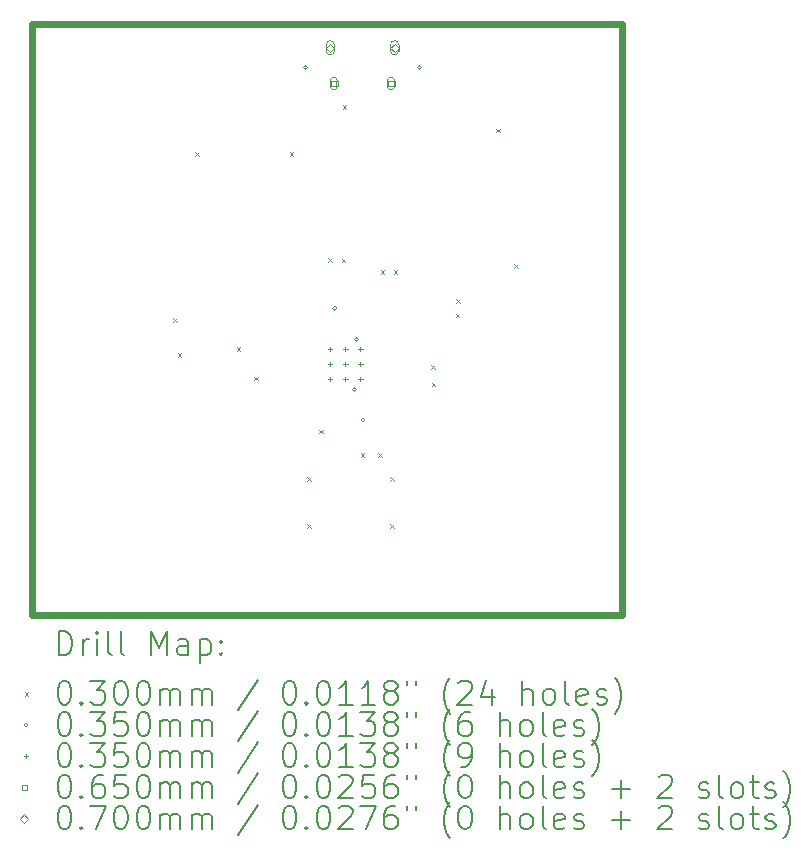
<source format=gbr>
%TF.GenerationSoftware,KiCad,Pcbnew,8.0.5*%
%TF.CreationDate,2024-09-17T16:22:35-07:00*%
%TF.ProjectId,RP2040_PCB,52503230-3430-45f5-9043-422e6b696361,rev?*%
%TF.SameCoordinates,Original*%
%TF.FileFunction,Drillmap*%
%TF.FilePolarity,Positive*%
%FSLAX45Y45*%
G04 Gerber Fmt 4.5, Leading zero omitted, Abs format (unit mm)*
G04 Created by KiCad (PCBNEW 8.0.5) date 2024-09-17 16:22:35*
%MOMM*%
%LPD*%
G01*
G04 APERTURE LIST*
%ADD10C,0.600000*%
%ADD11C,0.200000*%
%ADD12C,0.100000*%
G04 APERTURE END LIST*
D10*
X12690607Y-7621178D02*
X17690607Y-7621178D01*
X17690607Y-12621178D01*
X12690607Y-12621178D01*
X12690607Y-7621178D01*
D11*
D12*
X13890000Y-10110000D02*
X13920000Y-10140000D01*
X13920000Y-10110000D02*
X13890000Y-10140000D01*
X13925607Y-10406178D02*
X13955607Y-10436178D01*
X13955607Y-10406178D02*
X13925607Y-10436178D01*
X14075607Y-8706178D02*
X14105607Y-8736178D01*
X14105607Y-8706178D02*
X14075607Y-8736178D01*
X14425607Y-10356178D02*
X14455607Y-10386178D01*
X14455607Y-10356178D02*
X14425607Y-10386178D01*
X14575607Y-10606178D02*
X14605607Y-10636178D01*
X14605607Y-10606178D02*
X14575607Y-10636178D01*
X14875607Y-8706178D02*
X14905607Y-8736178D01*
X14905607Y-8706178D02*
X14875607Y-8736178D01*
X15025607Y-11456178D02*
X15055607Y-11486178D01*
X15055607Y-11456178D02*
X15025607Y-11486178D01*
X15025607Y-11856178D02*
X15055607Y-11886178D01*
X15055607Y-11856178D02*
X15025607Y-11886178D01*
X15125607Y-11056178D02*
X15155607Y-11086178D01*
X15155607Y-11056178D02*
X15125607Y-11086178D01*
X15200000Y-9605000D02*
X15230000Y-9635000D01*
X15230000Y-9605000D02*
X15200000Y-9635000D01*
X15315000Y-9606178D02*
X15345000Y-9636178D01*
X15345000Y-9606178D02*
X15315000Y-9636178D01*
X15325607Y-8306178D02*
X15355607Y-8336178D01*
X15355607Y-8306178D02*
X15325607Y-8336178D01*
X15475607Y-11256178D02*
X15505607Y-11286178D01*
X15505607Y-11256178D02*
X15475607Y-11286178D01*
X15625607Y-11256178D02*
X15655607Y-11286178D01*
X15655607Y-11256178D02*
X15625607Y-11286178D01*
X15645000Y-9705000D02*
X15675000Y-9735000D01*
X15675000Y-9705000D02*
X15645000Y-9735000D01*
X15725607Y-11456178D02*
X15755607Y-11486178D01*
X15755607Y-11456178D02*
X15725607Y-11486178D01*
X15725607Y-11856178D02*
X15755607Y-11886178D01*
X15755607Y-11856178D02*
X15725607Y-11886178D01*
X15755000Y-9706178D02*
X15785000Y-9736178D01*
X15785000Y-9706178D02*
X15755000Y-9736178D01*
X16075000Y-10510000D02*
X16105000Y-10540000D01*
X16105000Y-10510000D02*
X16075000Y-10540000D01*
X16075607Y-10656178D02*
X16105607Y-10686178D01*
X16105607Y-10656178D02*
X16075607Y-10686178D01*
X16281000Y-10075000D02*
X16311000Y-10105000D01*
X16311000Y-10075000D02*
X16281000Y-10105000D01*
X16284000Y-9950000D02*
X16314000Y-9980000D01*
X16314000Y-9950000D02*
X16284000Y-9980000D01*
X16625607Y-8506178D02*
X16655607Y-8536178D01*
X16655607Y-8506178D02*
X16625607Y-8536178D01*
X16775607Y-9656178D02*
X16805607Y-9686178D01*
X16805607Y-9656178D02*
X16775607Y-9686178D01*
X15028900Y-7988300D02*
G75*
G02*
X14993900Y-7988300I-17500J0D01*
G01*
X14993900Y-7988300D02*
G75*
G02*
X15028900Y-7988300I17500J0D01*
G01*
X15272500Y-10025000D02*
G75*
G02*
X15237500Y-10025000I-17500J0D01*
G01*
X15237500Y-10025000D02*
G75*
G02*
X15272500Y-10025000I17500J0D01*
G01*
X15442500Y-10715000D02*
G75*
G02*
X15407500Y-10715000I-17500J0D01*
G01*
X15407500Y-10715000D02*
G75*
G02*
X15442500Y-10715000I17500J0D01*
G01*
X15457500Y-10290000D02*
G75*
G02*
X15422500Y-10290000I-17500J0D01*
G01*
X15422500Y-10290000D02*
G75*
G02*
X15457500Y-10290000I17500J0D01*
G01*
X15511500Y-10972800D02*
G75*
G02*
X15476500Y-10972800I-17500J0D01*
G01*
X15476500Y-10972800D02*
G75*
G02*
X15511500Y-10972800I17500J0D01*
G01*
X15994100Y-7988300D02*
G75*
G02*
X15959100Y-7988300I-17500J0D01*
G01*
X15959100Y-7988300D02*
G75*
G02*
X15994100Y-7988300I17500J0D01*
G01*
X15219357Y-10356178D02*
X15219357Y-10391178D01*
X15201857Y-10373678D02*
X15236857Y-10373678D01*
X15219357Y-10483678D02*
X15219357Y-10518678D01*
X15201857Y-10501178D02*
X15236857Y-10501178D01*
X15219357Y-10611178D02*
X15219357Y-10646178D01*
X15201857Y-10628678D02*
X15236857Y-10628678D01*
X15346857Y-10356178D02*
X15346857Y-10391178D01*
X15329357Y-10373678D02*
X15364357Y-10373678D01*
X15346857Y-10483678D02*
X15346857Y-10518678D01*
X15329357Y-10501178D02*
X15364357Y-10501178D01*
X15346857Y-10611178D02*
X15346857Y-10646178D01*
X15329357Y-10628678D02*
X15364357Y-10628678D01*
X15474357Y-10356178D02*
X15474357Y-10391178D01*
X15456857Y-10373678D02*
X15491857Y-10373678D01*
X15474357Y-10483678D02*
X15474357Y-10518678D01*
X15456857Y-10501178D02*
X15491857Y-10501178D01*
X15474357Y-10611178D02*
X15474357Y-10646178D01*
X15456857Y-10628678D02*
X15491857Y-10628678D01*
X15271088Y-8147159D02*
X15271088Y-8101197D01*
X15225125Y-8101197D01*
X15225125Y-8147159D01*
X15271088Y-8147159D01*
X15215607Y-8104178D02*
X15215607Y-8144178D01*
X15280607Y-8144178D02*
G75*
G02*
X15215607Y-8144178I-32500J0D01*
G01*
X15280607Y-8144178D02*
X15280607Y-8104178D01*
X15280607Y-8104178D02*
G75*
G03*
X15215607Y-8104178I-32500J0D01*
G01*
X15756088Y-8147159D02*
X15756088Y-8101197D01*
X15710125Y-8101197D01*
X15710125Y-8147159D01*
X15756088Y-8147159D01*
X15700607Y-8104178D02*
X15700607Y-8144178D01*
X15765607Y-8144178D02*
G75*
G02*
X15700607Y-8144178I-32500J0D01*
G01*
X15765607Y-8144178D02*
X15765607Y-8104178D01*
X15765607Y-8104178D02*
G75*
G03*
X15700607Y-8104178I-32500J0D01*
G01*
X15218107Y-7856178D02*
X15253107Y-7821178D01*
X15218107Y-7786178D01*
X15183107Y-7821178D01*
X15218107Y-7856178D01*
X15183107Y-7796178D02*
X15183107Y-7846178D01*
X15253107Y-7846178D02*
G75*
G02*
X15183107Y-7846178I-35000J0D01*
G01*
X15253107Y-7846178D02*
X15253107Y-7796178D01*
X15253107Y-7796178D02*
G75*
G03*
X15183107Y-7796178I-35000J0D01*
G01*
X15763107Y-7856178D02*
X15798107Y-7821178D01*
X15763107Y-7786178D01*
X15728107Y-7821178D01*
X15763107Y-7856178D01*
X15728107Y-7796178D02*
X15728107Y-7846178D01*
X15798107Y-7846178D02*
G75*
G02*
X15728107Y-7846178I-35000J0D01*
G01*
X15798107Y-7846178D02*
X15798107Y-7796178D01*
X15798107Y-7796178D02*
G75*
G03*
X15728107Y-7796178I-35000J0D01*
G01*
D11*
X12921383Y-12962662D02*
X12921383Y-12762662D01*
X12921383Y-12762662D02*
X12969002Y-12762662D01*
X12969002Y-12762662D02*
X12997574Y-12772186D01*
X12997574Y-12772186D02*
X13016621Y-12791233D01*
X13016621Y-12791233D02*
X13026145Y-12810281D01*
X13026145Y-12810281D02*
X13035669Y-12848376D01*
X13035669Y-12848376D02*
X13035669Y-12876948D01*
X13035669Y-12876948D02*
X13026145Y-12915043D01*
X13026145Y-12915043D02*
X13016621Y-12934090D01*
X13016621Y-12934090D02*
X12997574Y-12953138D01*
X12997574Y-12953138D02*
X12969002Y-12962662D01*
X12969002Y-12962662D02*
X12921383Y-12962662D01*
X13121383Y-12962662D02*
X13121383Y-12829328D01*
X13121383Y-12867424D02*
X13130907Y-12848376D01*
X13130907Y-12848376D02*
X13140431Y-12838852D01*
X13140431Y-12838852D02*
X13159479Y-12829328D01*
X13159479Y-12829328D02*
X13178526Y-12829328D01*
X13245193Y-12962662D02*
X13245193Y-12829328D01*
X13245193Y-12762662D02*
X13235669Y-12772186D01*
X13235669Y-12772186D02*
X13245193Y-12781709D01*
X13245193Y-12781709D02*
X13254717Y-12772186D01*
X13254717Y-12772186D02*
X13245193Y-12762662D01*
X13245193Y-12762662D02*
X13245193Y-12781709D01*
X13369002Y-12962662D02*
X13349955Y-12953138D01*
X13349955Y-12953138D02*
X13340431Y-12934090D01*
X13340431Y-12934090D02*
X13340431Y-12762662D01*
X13473764Y-12962662D02*
X13454717Y-12953138D01*
X13454717Y-12953138D02*
X13445193Y-12934090D01*
X13445193Y-12934090D02*
X13445193Y-12762662D01*
X13702336Y-12962662D02*
X13702336Y-12762662D01*
X13702336Y-12762662D02*
X13769002Y-12905519D01*
X13769002Y-12905519D02*
X13835669Y-12762662D01*
X13835669Y-12762662D02*
X13835669Y-12962662D01*
X14016621Y-12962662D02*
X14016621Y-12857900D01*
X14016621Y-12857900D02*
X14007098Y-12838852D01*
X14007098Y-12838852D02*
X13988050Y-12829328D01*
X13988050Y-12829328D02*
X13949955Y-12829328D01*
X13949955Y-12829328D02*
X13930907Y-12838852D01*
X14016621Y-12953138D02*
X13997574Y-12962662D01*
X13997574Y-12962662D02*
X13949955Y-12962662D01*
X13949955Y-12962662D02*
X13930907Y-12953138D01*
X13930907Y-12953138D02*
X13921383Y-12934090D01*
X13921383Y-12934090D02*
X13921383Y-12915043D01*
X13921383Y-12915043D02*
X13930907Y-12895995D01*
X13930907Y-12895995D02*
X13949955Y-12886471D01*
X13949955Y-12886471D02*
X13997574Y-12886471D01*
X13997574Y-12886471D02*
X14016621Y-12876948D01*
X14111860Y-12829328D02*
X14111860Y-13029328D01*
X14111860Y-12838852D02*
X14130907Y-12829328D01*
X14130907Y-12829328D02*
X14169002Y-12829328D01*
X14169002Y-12829328D02*
X14188050Y-12838852D01*
X14188050Y-12838852D02*
X14197574Y-12848376D01*
X14197574Y-12848376D02*
X14207098Y-12867424D01*
X14207098Y-12867424D02*
X14207098Y-12924567D01*
X14207098Y-12924567D02*
X14197574Y-12943614D01*
X14197574Y-12943614D02*
X14188050Y-12953138D01*
X14188050Y-12953138D02*
X14169002Y-12962662D01*
X14169002Y-12962662D02*
X14130907Y-12962662D01*
X14130907Y-12962662D02*
X14111860Y-12953138D01*
X14292812Y-12943614D02*
X14302336Y-12953138D01*
X14302336Y-12953138D02*
X14292812Y-12962662D01*
X14292812Y-12962662D02*
X14283288Y-12953138D01*
X14283288Y-12953138D02*
X14292812Y-12943614D01*
X14292812Y-12943614D02*
X14292812Y-12962662D01*
X14292812Y-12838852D02*
X14302336Y-12848376D01*
X14302336Y-12848376D02*
X14292812Y-12857900D01*
X14292812Y-12857900D02*
X14283288Y-12848376D01*
X14283288Y-12848376D02*
X14292812Y-12838852D01*
X14292812Y-12838852D02*
X14292812Y-12857900D01*
D12*
X12630607Y-13276178D02*
X12660607Y-13306178D01*
X12660607Y-13276178D02*
X12630607Y-13306178D01*
D11*
X12959479Y-13182662D02*
X12978526Y-13182662D01*
X12978526Y-13182662D02*
X12997574Y-13192186D01*
X12997574Y-13192186D02*
X13007098Y-13201709D01*
X13007098Y-13201709D02*
X13016621Y-13220757D01*
X13016621Y-13220757D02*
X13026145Y-13258852D01*
X13026145Y-13258852D02*
X13026145Y-13306471D01*
X13026145Y-13306471D02*
X13016621Y-13344567D01*
X13016621Y-13344567D02*
X13007098Y-13363614D01*
X13007098Y-13363614D02*
X12997574Y-13373138D01*
X12997574Y-13373138D02*
X12978526Y-13382662D01*
X12978526Y-13382662D02*
X12959479Y-13382662D01*
X12959479Y-13382662D02*
X12940431Y-13373138D01*
X12940431Y-13373138D02*
X12930907Y-13363614D01*
X12930907Y-13363614D02*
X12921383Y-13344567D01*
X12921383Y-13344567D02*
X12911860Y-13306471D01*
X12911860Y-13306471D02*
X12911860Y-13258852D01*
X12911860Y-13258852D02*
X12921383Y-13220757D01*
X12921383Y-13220757D02*
X12930907Y-13201709D01*
X12930907Y-13201709D02*
X12940431Y-13192186D01*
X12940431Y-13192186D02*
X12959479Y-13182662D01*
X13111860Y-13363614D02*
X13121383Y-13373138D01*
X13121383Y-13373138D02*
X13111860Y-13382662D01*
X13111860Y-13382662D02*
X13102336Y-13373138D01*
X13102336Y-13373138D02*
X13111860Y-13363614D01*
X13111860Y-13363614D02*
X13111860Y-13382662D01*
X13188050Y-13182662D02*
X13311860Y-13182662D01*
X13311860Y-13182662D02*
X13245193Y-13258852D01*
X13245193Y-13258852D02*
X13273764Y-13258852D01*
X13273764Y-13258852D02*
X13292812Y-13268376D01*
X13292812Y-13268376D02*
X13302336Y-13277900D01*
X13302336Y-13277900D02*
X13311860Y-13296948D01*
X13311860Y-13296948D02*
X13311860Y-13344567D01*
X13311860Y-13344567D02*
X13302336Y-13363614D01*
X13302336Y-13363614D02*
X13292812Y-13373138D01*
X13292812Y-13373138D02*
X13273764Y-13382662D01*
X13273764Y-13382662D02*
X13216621Y-13382662D01*
X13216621Y-13382662D02*
X13197574Y-13373138D01*
X13197574Y-13373138D02*
X13188050Y-13363614D01*
X13435669Y-13182662D02*
X13454717Y-13182662D01*
X13454717Y-13182662D02*
X13473764Y-13192186D01*
X13473764Y-13192186D02*
X13483288Y-13201709D01*
X13483288Y-13201709D02*
X13492812Y-13220757D01*
X13492812Y-13220757D02*
X13502336Y-13258852D01*
X13502336Y-13258852D02*
X13502336Y-13306471D01*
X13502336Y-13306471D02*
X13492812Y-13344567D01*
X13492812Y-13344567D02*
X13483288Y-13363614D01*
X13483288Y-13363614D02*
X13473764Y-13373138D01*
X13473764Y-13373138D02*
X13454717Y-13382662D01*
X13454717Y-13382662D02*
X13435669Y-13382662D01*
X13435669Y-13382662D02*
X13416621Y-13373138D01*
X13416621Y-13373138D02*
X13407098Y-13363614D01*
X13407098Y-13363614D02*
X13397574Y-13344567D01*
X13397574Y-13344567D02*
X13388050Y-13306471D01*
X13388050Y-13306471D02*
X13388050Y-13258852D01*
X13388050Y-13258852D02*
X13397574Y-13220757D01*
X13397574Y-13220757D02*
X13407098Y-13201709D01*
X13407098Y-13201709D02*
X13416621Y-13192186D01*
X13416621Y-13192186D02*
X13435669Y-13182662D01*
X13626145Y-13182662D02*
X13645193Y-13182662D01*
X13645193Y-13182662D02*
X13664241Y-13192186D01*
X13664241Y-13192186D02*
X13673764Y-13201709D01*
X13673764Y-13201709D02*
X13683288Y-13220757D01*
X13683288Y-13220757D02*
X13692812Y-13258852D01*
X13692812Y-13258852D02*
X13692812Y-13306471D01*
X13692812Y-13306471D02*
X13683288Y-13344567D01*
X13683288Y-13344567D02*
X13673764Y-13363614D01*
X13673764Y-13363614D02*
X13664241Y-13373138D01*
X13664241Y-13373138D02*
X13645193Y-13382662D01*
X13645193Y-13382662D02*
X13626145Y-13382662D01*
X13626145Y-13382662D02*
X13607098Y-13373138D01*
X13607098Y-13373138D02*
X13597574Y-13363614D01*
X13597574Y-13363614D02*
X13588050Y-13344567D01*
X13588050Y-13344567D02*
X13578526Y-13306471D01*
X13578526Y-13306471D02*
X13578526Y-13258852D01*
X13578526Y-13258852D02*
X13588050Y-13220757D01*
X13588050Y-13220757D02*
X13597574Y-13201709D01*
X13597574Y-13201709D02*
X13607098Y-13192186D01*
X13607098Y-13192186D02*
X13626145Y-13182662D01*
X13778526Y-13382662D02*
X13778526Y-13249328D01*
X13778526Y-13268376D02*
X13788050Y-13258852D01*
X13788050Y-13258852D02*
X13807098Y-13249328D01*
X13807098Y-13249328D02*
X13835669Y-13249328D01*
X13835669Y-13249328D02*
X13854717Y-13258852D01*
X13854717Y-13258852D02*
X13864241Y-13277900D01*
X13864241Y-13277900D02*
X13864241Y-13382662D01*
X13864241Y-13277900D02*
X13873764Y-13258852D01*
X13873764Y-13258852D02*
X13892812Y-13249328D01*
X13892812Y-13249328D02*
X13921383Y-13249328D01*
X13921383Y-13249328D02*
X13940431Y-13258852D01*
X13940431Y-13258852D02*
X13949955Y-13277900D01*
X13949955Y-13277900D02*
X13949955Y-13382662D01*
X14045193Y-13382662D02*
X14045193Y-13249328D01*
X14045193Y-13268376D02*
X14054717Y-13258852D01*
X14054717Y-13258852D02*
X14073764Y-13249328D01*
X14073764Y-13249328D02*
X14102336Y-13249328D01*
X14102336Y-13249328D02*
X14121383Y-13258852D01*
X14121383Y-13258852D02*
X14130907Y-13277900D01*
X14130907Y-13277900D02*
X14130907Y-13382662D01*
X14130907Y-13277900D02*
X14140431Y-13258852D01*
X14140431Y-13258852D02*
X14159479Y-13249328D01*
X14159479Y-13249328D02*
X14188050Y-13249328D01*
X14188050Y-13249328D02*
X14207098Y-13258852D01*
X14207098Y-13258852D02*
X14216622Y-13277900D01*
X14216622Y-13277900D02*
X14216622Y-13382662D01*
X14607098Y-13173138D02*
X14435669Y-13430281D01*
X14864241Y-13182662D02*
X14883288Y-13182662D01*
X14883288Y-13182662D02*
X14902336Y-13192186D01*
X14902336Y-13192186D02*
X14911860Y-13201709D01*
X14911860Y-13201709D02*
X14921384Y-13220757D01*
X14921384Y-13220757D02*
X14930907Y-13258852D01*
X14930907Y-13258852D02*
X14930907Y-13306471D01*
X14930907Y-13306471D02*
X14921384Y-13344567D01*
X14921384Y-13344567D02*
X14911860Y-13363614D01*
X14911860Y-13363614D02*
X14902336Y-13373138D01*
X14902336Y-13373138D02*
X14883288Y-13382662D01*
X14883288Y-13382662D02*
X14864241Y-13382662D01*
X14864241Y-13382662D02*
X14845193Y-13373138D01*
X14845193Y-13373138D02*
X14835669Y-13363614D01*
X14835669Y-13363614D02*
X14826145Y-13344567D01*
X14826145Y-13344567D02*
X14816622Y-13306471D01*
X14816622Y-13306471D02*
X14816622Y-13258852D01*
X14816622Y-13258852D02*
X14826145Y-13220757D01*
X14826145Y-13220757D02*
X14835669Y-13201709D01*
X14835669Y-13201709D02*
X14845193Y-13192186D01*
X14845193Y-13192186D02*
X14864241Y-13182662D01*
X15016622Y-13363614D02*
X15026145Y-13373138D01*
X15026145Y-13373138D02*
X15016622Y-13382662D01*
X15016622Y-13382662D02*
X15007098Y-13373138D01*
X15007098Y-13373138D02*
X15016622Y-13363614D01*
X15016622Y-13363614D02*
X15016622Y-13382662D01*
X15149955Y-13182662D02*
X15169003Y-13182662D01*
X15169003Y-13182662D02*
X15188050Y-13192186D01*
X15188050Y-13192186D02*
X15197574Y-13201709D01*
X15197574Y-13201709D02*
X15207098Y-13220757D01*
X15207098Y-13220757D02*
X15216622Y-13258852D01*
X15216622Y-13258852D02*
X15216622Y-13306471D01*
X15216622Y-13306471D02*
X15207098Y-13344567D01*
X15207098Y-13344567D02*
X15197574Y-13363614D01*
X15197574Y-13363614D02*
X15188050Y-13373138D01*
X15188050Y-13373138D02*
X15169003Y-13382662D01*
X15169003Y-13382662D02*
X15149955Y-13382662D01*
X15149955Y-13382662D02*
X15130907Y-13373138D01*
X15130907Y-13373138D02*
X15121384Y-13363614D01*
X15121384Y-13363614D02*
X15111860Y-13344567D01*
X15111860Y-13344567D02*
X15102336Y-13306471D01*
X15102336Y-13306471D02*
X15102336Y-13258852D01*
X15102336Y-13258852D02*
X15111860Y-13220757D01*
X15111860Y-13220757D02*
X15121384Y-13201709D01*
X15121384Y-13201709D02*
X15130907Y-13192186D01*
X15130907Y-13192186D02*
X15149955Y-13182662D01*
X15407098Y-13382662D02*
X15292812Y-13382662D01*
X15349955Y-13382662D02*
X15349955Y-13182662D01*
X15349955Y-13182662D02*
X15330907Y-13211233D01*
X15330907Y-13211233D02*
X15311860Y-13230281D01*
X15311860Y-13230281D02*
X15292812Y-13239805D01*
X15597574Y-13382662D02*
X15483288Y-13382662D01*
X15540431Y-13382662D02*
X15540431Y-13182662D01*
X15540431Y-13182662D02*
X15521384Y-13211233D01*
X15521384Y-13211233D02*
X15502336Y-13230281D01*
X15502336Y-13230281D02*
X15483288Y-13239805D01*
X15711860Y-13268376D02*
X15692812Y-13258852D01*
X15692812Y-13258852D02*
X15683288Y-13249328D01*
X15683288Y-13249328D02*
X15673765Y-13230281D01*
X15673765Y-13230281D02*
X15673765Y-13220757D01*
X15673765Y-13220757D02*
X15683288Y-13201709D01*
X15683288Y-13201709D02*
X15692812Y-13192186D01*
X15692812Y-13192186D02*
X15711860Y-13182662D01*
X15711860Y-13182662D02*
X15749955Y-13182662D01*
X15749955Y-13182662D02*
X15769003Y-13192186D01*
X15769003Y-13192186D02*
X15778526Y-13201709D01*
X15778526Y-13201709D02*
X15788050Y-13220757D01*
X15788050Y-13220757D02*
X15788050Y-13230281D01*
X15788050Y-13230281D02*
X15778526Y-13249328D01*
X15778526Y-13249328D02*
X15769003Y-13258852D01*
X15769003Y-13258852D02*
X15749955Y-13268376D01*
X15749955Y-13268376D02*
X15711860Y-13268376D01*
X15711860Y-13268376D02*
X15692812Y-13277900D01*
X15692812Y-13277900D02*
X15683288Y-13287424D01*
X15683288Y-13287424D02*
X15673765Y-13306471D01*
X15673765Y-13306471D02*
X15673765Y-13344567D01*
X15673765Y-13344567D02*
X15683288Y-13363614D01*
X15683288Y-13363614D02*
X15692812Y-13373138D01*
X15692812Y-13373138D02*
X15711860Y-13382662D01*
X15711860Y-13382662D02*
X15749955Y-13382662D01*
X15749955Y-13382662D02*
X15769003Y-13373138D01*
X15769003Y-13373138D02*
X15778526Y-13363614D01*
X15778526Y-13363614D02*
X15788050Y-13344567D01*
X15788050Y-13344567D02*
X15788050Y-13306471D01*
X15788050Y-13306471D02*
X15778526Y-13287424D01*
X15778526Y-13287424D02*
X15769003Y-13277900D01*
X15769003Y-13277900D02*
X15749955Y-13268376D01*
X15864241Y-13182662D02*
X15864241Y-13220757D01*
X15940431Y-13182662D02*
X15940431Y-13220757D01*
X16235669Y-13458852D02*
X16226146Y-13449328D01*
X16226146Y-13449328D02*
X16207098Y-13420757D01*
X16207098Y-13420757D02*
X16197574Y-13401709D01*
X16197574Y-13401709D02*
X16188050Y-13373138D01*
X16188050Y-13373138D02*
X16178527Y-13325519D01*
X16178527Y-13325519D02*
X16178527Y-13287424D01*
X16178527Y-13287424D02*
X16188050Y-13239805D01*
X16188050Y-13239805D02*
X16197574Y-13211233D01*
X16197574Y-13211233D02*
X16207098Y-13192186D01*
X16207098Y-13192186D02*
X16226146Y-13163614D01*
X16226146Y-13163614D02*
X16235669Y-13154090D01*
X16302336Y-13201709D02*
X16311860Y-13192186D01*
X16311860Y-13192186D02*
X16330907Y-13182662D01*
X16330907Y-13182662D02*
X16378527Y-13182662D01*
X16378527Y-13182662D02*
X16397574Y-13192186D01*
X16397574Y-13192186D02*
X16407098Y-13201709D01*
X16407098Y-13201709D02*
X16416622Y-13220757D01*
X16416622Y-13220757D02*
X16416622Y-13239805D01*
X16416622Y-13239805D02*
X16407098Y-13268376D01*
X16407098Y-13268376D02*
X16292812Y-13382662D01*
X16292812Y-13382662D02*
X16416622Y-13382662D01*
X16588050Y-13249328D02*
X16588050Y-13382662D01*
X16540431Y-13173138D02*
X16492812Y-13315995D01*
X16492812Y-13315995D02*
X16616622Y-13315995D01*
X16845193Y-13382662D02*
X16845193Y-13182662D01*
X16930908Y-13382662D02*
X16930908Y-13277900D01*
X16930908Y-13277900D02*
X16921384Y-13258852D01*
X16921384Y-13258852D02*
X16902336Y-13249328D01*
X16902336Y-13249328D02*
X16873765Y-13249328D01*
X16873765Y-13249328D02*
X16854717Y-13258852D01*
X16854717Y-13258852D02*
X16845193Y-13268376D01*
X17054717Y-13382662D02*
X17035670Y-13373138D01*
X17035670Y-13373138D02*
X17026146Y-13363614D01*
X17026146Y-13363614D02*
X17016622Y-13344567D01*
X17016622Y-13344567D02*
X17016622Y-13287424D01*
X17016622Y-13287424D02*
X17026146Y-13268376D01*
X17026146Y-13268376D02*
X17035670Y-13258852D01*
X17035670Y-13258852D02*
X17054717Y-13249328D01*
X17054717Y-13249328D02*
X17083289Y-13249328D01*
X17083289Y-13249328D02*
X17102336Y-13258852D01*
X17102336Y-13258852D02*
X17111860Y-13268376D01*
X17111860Y-13268376D02*
X17121384Y-13287424D01*
X17121384Y-13287424D02*
X17121384Y-13344567D01*
X17121384Y-13344567D02*
X17111860Y-13363614D01*
X17111860Y-13363614D02*
X17102336Y-13373138D01*
X17102336Y-13373138D02*
X17083289Y-13382662D01*
X17083289Y-13382662D02*
X17054717Y-13382662D01*
X17235670Y-13382662D02*
X17216622Y-13373138D01*
X17216622Y-13373138D02*
X17207098Y-13354090D01*
X17207098Y-13354090D02*
X17207098Y-13182662D01*
X17388051Y-13373138D02*
X17369003Y-13382662D01*
X17369003Y-13382662D02*
X17330908Y-13382662D01*
X17330908Y-13382662D02*
X17311860Y-13373138D01*
X17311860Y-13373138D02*
X17302336Y-13354090D01*
X17302336Y-13354090D02*
X17302336Y-13277900D01*
X17302336Y-13277900D02*
X17311860Y-13258852D01*
X17311860Y-13258852D02*
X17330908Y-13249328D01*
X17330908Y-13249328D02*
X17369003Y-13249328D01*
X17369003Y-13249328D02*
X17388051Y-13258852D01*
X17388051Y-13258852D02*
X17397574Y-13277900D01*
X17397574Y-13277900D02*
X17397574Y-13296948D01*
X17397574Y-13296948D02*
X17302336Y-13315995D01*
X17473765Y-13373138D02*
X17492812Y-13382662D01*
X17492812Y-13382662D02*
X17530908Y-13382662D01*
X17530908Y-13382662D02*
X17549955Y-13373138D01*
X17549955Y-13373138D02*
X17559479Y-13354090D01*
X17559479Y-13354090D02*
X17559479Y-13344567D01*
X17559479Y-13344567D02*
X17549955Y-13325519D01*
X17549955Y-13325519D02*
X17530908Y-13315995D01*
X17530908Y-13315995D02*
X17502336Y-13315995D01*
X17502336Y-13315995D02*
X17483289Y-13306471D01*
X17483289Y-13306471D02*
X17473765Y-13287424D01*
X17473765Y-13287424D02*
X17473765Y-13277900D01*
X17473765Y-13277900D02*
X17483289Y-13258852D01*
X17483289Y-13258852D02*
X17502336Y-13249328D01*
X17502336Y-13249328D02*
X17530908Y-13249328D01*
X17530908Y-13249328D02*
X17549955Y-13258852D01*
X17626146Y-13458852D02*
X17635670Y-13449328D01*
X17635670Y-13449328D02*
X17654717Y-13420757D01*
X17654717Y-13420757D02*
X17664241Y-13401709D01*
X17664241Y-13401709D02*
X17673765Y-13373138D01*
X17673765Y-13373138D02*
X17683289Y-13325519D01*
X17683289Y-13325519D02*
X17683289Y-13287424D01*
X17683289Y-13287424D02*
X17673765Y-13239805D01*
X17673765Y-13239805D02*
X17664241Y-13211233D01*
X17664241Y-13211233D02*
X17654717Y-13192186D01*
X17654717Y-13192186D02*
X17635670Y-13163614D01*
X17635670Y-13163614D02*
X17626146Y-13154090D01*
D12*
X12660607Y-13555178D02*
G75*
G02*
X12625607Y-13555178I-17500J0D01*
G01*
X12625607Y-13555178D02*
G75*
G02*
X12660607Y-13555178I17500J0D01*
G01*
D11*
X12959479Y-13446662D02*
X12978526Y-13446662D01*
X12978526Y-13446662D02*
X12997574Y-13456186D01*
X12997574Y-13456186D02*
X13007098Y-13465709D01*
X13007098Y-13465709D02*
X13016621Y-13484757D01*
X13016621Y-13484757D02*
X13026145Y-13522852D01*
X13026145Y-13522852D02*
X13026145Y-13570471D01*
X13026145Y-13570471D02*
X13016621Y-13608567D01*
X13016621Y-13608567D02*
X13007098Y-13627614D01*
X13007098Y-13627614D02*
X12997574Y-13637138D01*
X12997574Y-13637138D02*
X12978526Y-13646662D01*
X12978526Y-13646662D02*
X12959479Y-13646662D01*
X12959479Y-13646662D02*
X12940431Y-13637138D01*
X12940431Y-13637138D02*
X12930907Y-13627614D01*
X12930907Y-13627614D02*
X12921383Y-13608567D01*
X12921383Y-13608567D02*
X12911860Y-13570471D01*
X12911860Y-13570471D02*
X12911860Y-13522852D01*
X12911860Y-13522852D02*
X12921383Y-13484757D01*
X12921383Y-13484757D02*
X12930907Y-13465709D01*
X12930907Y-13465709D02*
X12940431Y-13456186D01*
X12940431Y-13456186D02*
X12959479Y-13446662D01*
X13111860Y-13627614D02*
X13121383Y-13637138D01*
X13121383Y-13637138D02*
X13111860Y-13646662D01*
X13111860Y-13646662D02*
X13102336Y-13637138D01*
X13102336Y-13637138D02*
X13111860Y-13627614D01*
X13111860Y-13627614D02*
X13111860Y-13646662D01*
X13188050Y-13446662D02*
X13311860Y-13446662D01*
X13311860Y-13446662D02*
X13245193Y-13522852D01*
X13245193Y-13522852D02*
X13273764Y-13522852D01*
X13273764Y-13522852D02*
X13292812Y-13532376D01*
X13292812Y-13532376D02*
X13302336Y-13541900D01*
X13302336Y-13541900D02*
X13311860Y-13560948D01*
X13311860Y-13560948D02*
X13311860Y-13608567D01*
X13311860Y-13608567D02*
X13302336Y-13627614D01*
X13302336Y-13627614D02*
X13292812Y-13637138D01*
X13292812Y-13637138D02*
X13273764Y-13646662D01*
X13273764Y-13646662D02*
X13216621Y-13646662D01*
X13216621Y-13646662D02*
X13197574Y-13637138D01*
X13197574Y-13637138D02*
X13188050Y-13627614D01*
X13492812Y-13446662D02*
X13397574Y-13446662D01*
X13397574Y-13446662D02*
X13388050Y-13541900D01*
X13388050Y-13541900D02*
X13397574Y-13532376D01*
X13397574Y-13532376D02*
X13416621Y-13522852D01*
X13416621Y-13522852D02*
X13464241Y-13522852D01*
X13464241Y-13522852D02*
X13483288Y-13532376D01*
X13483288Y-13532376D02*
X13492812Y-13541900D01*
X13492812Y-13541900D02*
X13502336Y-13560948D01*
X13502336Y-13560948D02*
X13502336Y-13608567D01*
X13502336Y-13608567D02*
X13492812Y-13627614D01*
X13492812Y-13627614D02*
X13483288Y-13637138D01*
X13483288Y-13637138D02*
X13464241Y-13646662D01*
X13464241Y-13646662D02*
X13416621Y-13646662D01*
X13416621Y-13646662D02*
X13397574Y-13637138D01*
X13397574Y-13637138D02*
X13388050Y-13627614D01*
X13626145Y-13446662D02*
X13645193Y-13446662D01*
X13645193Y-13446662D02*
X13664241Y-13456186D01*
X13664241Y-13456186D02*
X13673764Y-13465709D01*
X13673764Y-13465709D02*
X13683288Y-13484757D01*
X13683288Y-13484757D02*
X13692812Y-13522852D01*
X13692812Y-13522852D02*
X13692812Y-13570471D01*
X13692812Y-13570471D02*
X13683288Y-13608567D01*
X13683288Y-13608567D02*
X13673764Y-13627614D01*
X13673764Y-13627614D02*
X13664241Y-13637138D01*
X13664241Y-13637138D02*
X13645193Y-13646662D01*
X13645193Y-13646662D02*
X13626145Y-13646662D01*
X13626145Y-13646662D02*
X13607098Y-13637138D01*
X13607098Y-13637138D02*
X13597574Y-13627614D01*
X13597574Y-13627614D02*
X13588050Y-13608567D01*
X13588050Y-13608567D02*
X13578526Y-13570471D01*
X13578526Y-13570471D02*
X13578526Y-13522852D01*
X13578526Y-13522852D02*
X13588050Y-13484757D01*
X13588050Y-13484757D02*
X13597574Y-13465709D01*
X13597574Y-13465709D02*
X13607098Y-13456186D01*
X13607098Y-13456186D02*
X13626145Y-13446662D01*
X13778526Y-13646662D02*
X13778526Y-13513328D01*
X13778526Y-13532376D02*
X13788050Y-13522852D01*
X13788050Y-13522852D02*
X13807098Y-13513328D01*
X13807098Y-13513328D02*
X13835669Y-13513328D01*
X13835669Y-13513328D02*
X13854717Y-13522852D01*
X13854717Y-13522852D02*
X13864241Y-13541900D01*
X13864241Y-13541900D02*
X13864241Y-13646662D01*
X13864241Y-13541900D02*
X13873764Y-13522852D01*
X13873764Y-13522852D02*
X13892812Y-13513328D01*
X13892812Y-13513328D02*
X13921383Y-13513328D01*
X13921383Y-13513328D02*
X13940431Y-13522852D01*
X13940431Y-13522852D02*
X13949955Y-13541900D01*
X13949955Y-13541900D02*
X13949955Y-13646662D01*
X14045193Y-13646662D02*
X14045193Y-13513328D01*
X14045193Y-13532376D02*
X14054717Y-13522852D01*
X14054717Y-13522852D02*
X14073764Y-13513328D01*
X14073764Y-13513328D02*
X14102336Y-13513328D01*
X14102336Y-13513328D02*
X14121383Y-13522852D01*
X14121383Y-13522852D02*
X14130907Y-13541900D01*
X14130907Y-13541900D02*
X14130907Y-13646662D01*
X14130907Y-13541900D02*
X14140431Y-13522852D01*
X14140431Y-13522852D02*
X14159479Y-13513328D01*
X14159479Y-13513328D02*
X14188050Y-13513328D01*
X14188050Y-13513328D02*
X14207098Y-13522852D01*
X14207098Y-13522852D02*
X14216622Y-13541900D01*
X14216622Y-13541900D02*
X14216622Y-13646662D01*
X14607098Y-13437138D02*
X14435669Y-13694281D01*
X14864241Y-13446662D02*
X14883288Y-13446662D01*
X14883288Y-13446662D02*
X14902336Y-13456186D01*
X14902336Y-13456186D02*
X14911860Y-13465709D01*
X14911860Y-13465709D02*
X14921384Y-13484757D01*
X14921384Y-13484757D02*
X14930907Y-13522852D01*
X14930907Y-13522852D02*
X14930907Y-13570471D01*
X14930907Y-13570471D02*
X14921384Y-13608567D01*
X14921384Y-13608567D02*
X14911860Y-13627614D01*
X14911860Y-13627614D02*
X14902336Y-13637138D01*
X14902336Y-13637138D02*
X14883288Y-13646662D01*
X14883288Y-13646662D02*
X14864241Y-13646662D01*
X14864241Y-13646662D02*
X14845193Y-13637138D01*
X14845193Y-13637138D02*
X14835669Y-13627614D01*
X14835669Y-13627614D02*
X14826145Y-13608567D01*
X14826145Y-13608567D02*
X14816622Y-13570471D01*
X14816622Y-13570471D02*
X14816622Y-13522852D01*
X14816622Y-13522852D02*
X14826145Y-13484757D01*
X14826145Y-13484757D02*
X14835669Y-13465709D01*
X14835669Y-13465709D02*
X14845193Y-13456186D01*
X14845193Y-13456186D02*
X14864241Y-13446662D01*
X15016622Y-13627614D02*
X15026145Y-13637138D01*
X15026145Y-13637138D02*
X15016622Y-13646662D01*
X15016622Y-13646662D02*
X15007098Y-13637138D01*
X15007098Y-13637138D02*
X15016622Y-13627614D01*
X15016622Y-13627614D02*
X15016622Y-13646662D01*
X15149955Y-13446662D02*
X15169003Y-13446662D01*
X15169003Y-13446662D02*
X15188050Y-13456186D01*
X15188050Y-13456186D02*
X15197574Y-13465709D01*
X15197574Y-13465709D02*
X15207098Y-13484757D01*
X15207098Y-13484757D02*
X15216622Y-13522852D01*
X15216622Y-13522852D02*
X15216622Y-13570471D01*
X15216622Y-13570471D02*
X15207098Y-13608567D01*
X15207098Y-13608567D02*
X15197574Y-13627614D01*
X15197574Y-13627614D02*
X15188050Y-13637138D01*
X15188050Y-13637138D02*
X15169003Y-13646662D01*
X15169003Y-13646662D02*
X15149955Y-13646662D01*
X15149955Y-13646662D02*
X15130907Y-13637138D01*
X15130907Y-13637138D02*
X15121384Y-13627614D01*
X15121384Y-13627614D02*
X15111860Y-13608567D01*
X15111860Y-13608567D02*
X15102336Y-13570471D01*
X15102336Y-13570471D02*
X15102336Y-13522852D01*
X15102336Y-13522852D02*
X15111860Y-13484757D01*
X15111860Y-13484757D02*
X15121384Y-13465709D01*
X15121384Y-13465709D02*
X15130907Y-13456186D01*
X15130907Y-13456186D02*
X15149955Y-13446662D01*
X15407098Y-13646662D02*
X15292812Y-13646662D01*
X15349955Y-13646662D02*
X15349955Y-13446662D01*
X15349955Y-13446662D02*
X15330907Y-13475233D01*
X15330907Y-13475233D02*
X15311860Y-13494281D01*
X15311860Y-13494281D02*
X15292812Y-13503805D01*
X15473765Y-13446662D02*
X15597574Y-13446662D01*
X15597574Y-13446662D02*
X15530907Y-13522852D01*
X15530907Y-13522852D02*
X15559479Y-13522852D01*
X15559479Y-13522852D02*
X15578526Y-13532376D01*
X15578526Y-13532376D02*
X15588050Y-13541900D01*
X15588050Y-13541900D02*
X15597574Y-13560948D01*
X15597574Y-13560948D02*
X15597574Y-13608567D01*
X15597574Y-13608567D02*
X15588050Y-13627614D01*
X15588050Y-13627614D02*
X15578526Y-13637138D01*
X15578526Y-13637138D02*
X15559479Y-13646662D01*
X15559479Y-13646662D02*
X15502336Y-13646662D01*
X15502336Y-13646662D02*
X15483288Y-13637138D01*
X15483288Y-13637138D02*
X15473765Y-13627614D01*
X15711860Y-13532376D02*
X15692812Y-13522852D01*
X15692812Y-13522852D02*
X15683288Y-13513328D01*
X15683288Y-13513328D02*
X15673765Y-13494281D01*
X15673765Y-13494281D02*
X15673765Y-13484757D01*
X15673765Y-13484757D02*
X15683288Y-13465709D01*
X15683288Y-13465709D02*
X15692812Y-13456186D01*
X15692812Y-13456186D02*
X15711860Y-13446662D01*
X15711860Y-13446662D02*
X15749955Y-13446662D01*
X15749955Y-13446662D02*
X15769003Y-13456186D01*
X15769003Y-13456186D02*
X15778526Y-13465709D01*
X15778526Y-13465709D02*
X15788050Y-13484757D01*
X15788050Y-13484757D02*
X15788050Y-13494281D01*
X15788050Y-13494281D02*
X15778526Y-13513328D01*
X15778526Y-13513328D02*
X15769003Y-13522852D01*
X15769003Y-13522852D02*
X15749955Y-13532376D01*
X15749955Y-13532376D02*
X15711860Y-13532376D01*
X15711860Y-13532376D02*
X15692812Y-13541900D01*
X15692812Y-13541900D02*
X15683288Y-13551424D01*
X15683288Y-13551424D02*
X15673765Y-13570471D01*
X15673765Y-13570471D02*
X15673765Y-13608567D01*
X15673765Y-13608567D02*
X15683288Y-13627614D01*
X15683288Y-13627614D02*
X15692812Y-13637138D01*
X15692812Y-13637138D02*
X15711860Y-13646662D01*
X15711860Y-13646662D02*
X15749955Y-13646662D01*
X15749955Y-13646662D02*
X15769003Y-13637138D01*
X15769003Y-13637138D02*
X15778526Y-13627614D01*
X15778526Y-13627614D02*
X15788050Y-13608567D01*
X15788050Y-13608567D02*
X15788050Y-13570471D01*
X15788050Y-13570471D02*
X15778526Y-13551424D01*
X15778526Y-13551424D02*
X15769003Y-13541900D01*
X15769003Y-13541900D02*
X15749955Y-13532376D01*
X15864241Y-13446662D02*
X15864241Y-13484757D01*
X15940431Y-13446662D02*
X15940431Y-13484757D01*
X16235669Y-13722852D02*
X16226146Y-13713328D01*
X16226146Y-13713328D02*
X16207098Y-13684757D01*
X16207098Y-13684757D02*
X16197574Y-13665709D01*
X16197574Y-13665709D02*
X16188050Y-13637138D01*
X16188050Y-13637138D02*
X16178527Y-13589519D01*
X16178527Y-13589519D02*
X16178527Y-13551424D01*
X16178527Y-13551424D02*
X16188050Y-13503805D01*
X16188050Y-13503805D02*
X16197574Y-13475233D01*
X16197574Y-13475233D02*
X16207098Y-13456186D01*
X16207098Y-13456186D02*
X16226146Y-13427614D01*
X16226146Y-13427614D02*
X16235669Y-13418090D01*
X16397574Y-13446662D02*
X16359479Y-13446662D01*
X16359479Y-13446662D02*
X16340431Y-13456186D01*
X16340431Y-13456186D02*
X16330907Y-13465709D01*
X16330907Y-13465709D02*
X16311860Y-13494281D01*
X16311860Y-13494281D02*
X16302336Y-13532376D01*
X16302336Y-13532376D02*
X16302336Y-13608567D01*
X16302336Y-13608567D02*
X16311860Y-13627614D01*
X16311860Y-13627614D02*
X16321384Y-13637138D01*
X16321384Y-13637138D02*
X16340431Y-13646662D01*
X16340431Y-13646662D02*
X16378527Y-13646662D01*
X16378527Y-13646662D02*
X16397574Y-13637138D01*
X16397574Y-13637138D02*
X16407098Y-13627614D01*
X16407098Y-13627614D02*
X16416622Y-13608567D01*
X16416622Y-13608567D02*
X16416622Y-13560948D01*
X16416622Y-13560948D02*
X16407098Y-13541900D01*
X16407098Y-13541900D02*
X16397574Y-13532376D01*
X16397574Y-13532376D02*
X16378527Y-13522852D01*
X16378527Y-13522852D02*
X16340431Y-13522852D01*
X16340431Y-13522852D02*
X16321384Y-13532376D01*
X16321384Y-13532376D02*
X16311860Y-13541900D01*
X16311860Y-13541900D02*
X16302336Y-13560948D01*
X16654717Y-13646662D02*
X16654717Y-13446662D01*
X16740431Y-13646662D02*
X16740431Y-13541900D01*
X16740431Y-13541900D02*
X16730908Y-13522852D01*
X16730908Y-13522852D02*
X16711860Y-13513328D01*
X16711860Y-13513328D02*
X16683288Y-13513328D01*
X16683288Y-13513328D02*
X16664241Y-13522852D01*
X16664241Y-13522852D02*
X16654717Y-13532376D01*
X16864241Y-13646662D02*
X16845193Y-13637138D01*
X16845193Y-13637138D02*
X16835670Y-13627614D01*
X16835670Y-13627614D02*
X16826146Y-13608567D01*
X16826146Y-13608567D02*
X16826146Y-13551424D01*
X16826146Y-13551424D02*
X16835670Y-13532376D01*
X16835670Y-13532376D02*
X16845193Y-13522852D01*
X16845193Y-13522852D02*
X16864241Y-13513328D01*
X16864241Y-13513328D02*
X16892812Y-13513328D01*
X16892812Y-13513328D02*
X16911860Y-13522852D01*
X16911860Y-13522852D02*
X16921384Y-13532376D01*
X16921384Y-13532376D02*
X16930908Y-13551424D01*
X16930908Y-13551424D02*
X16930908Y-13608567D01*
X16930908Y-13608567D02*
X16921384Y-13627614D01*
X16921384Y-13627614D02*
X16911860Y-13637138D01*
X16911860Y-13637138D02*
X16892812Y-13646662D01*
X16892812Y-13646662D02*
X16864241Y-13646662D01*
X17045193Y-13646662D02*
X17026146Y-13637138D01*
X17026146Y-13637138D02*
X17016622Y-13618090D01*
X17016622Y-13618090D02*
X17016622Y-13446662D01*
X17197574Y-13637138D02*
X17178527Y-13646662D01*
X17178527Y-13646662D02*
X17140431Y-13646662D01*
X17140431Y-13646662D02*
X17121384Y-13637138D01*
X17121384Y-13637138D02*
X17111860Y-13618090D01*
X17111860Y-13618090D02*
X17111860Y-13541900D01*
X17111860Y-13541900D02*
X17121384Y-13522852D01*
X17121384Y-13522852D02*
X17140431Y-13513328D01*
X17140431Y-13513328D02*
X17178527Y-13513328D01*
X17178527Y-13513328D02*
X17197574Y-13522852D01*
X17197574Y-13522852D02*
X17207098Y-13541900D01*
X17207098Y-13541900D02*
X17207098Y-13560948D01*
X17207098Y-13560948D02*
X17111860Y-13579995D01*
X17283289Y-13637138D02*
X17302336Y-13646662D01*
X17302336Y-13646662D02*
X17340431Y-13646662D01*
X17340431Y-13646662D02*
X17359479Y-13637138D01*
X17359479Y-13637138D02*
X17369003Y-13618090D01*
X17369003Y-13618090D02*
X17369003Y-13608567D01*
X17369003Y-13608567D02*
X17359479Y-13589519D01*
X17359479Y-13589519D02*
X17340431Y-13579995D01*
X17340431Y-13579995D02*
X17311860Y-13579995D01*
X17311860Y-13579995D02*
X17292812Y-13570471D01*
X17292812Y-13570471D02*
X17283289Y-13551424D01*
X17283289Y-13551424D02*
X17283289Y-13541900D01*
X17283289Y-13541900D02*
X17292812Y-13522852D01*
X17292812Y-13522852D02*
X17311860Y-13513328D01*
X17311860Y-13513328D02*
X17340431Y-13513328D01*
X17340431Y-13513328D02*
X17359479Y-13522852D01*
X17435670Y-13722852D02*
X17445193Y-13713328D01*
X17445193Y-13713328D02*
X17464241Y-13684757D01*
X17464241Y-13684757D02*
X17473765Y-13665709D01*
X17473765Y-13665709D02*
X17483289Y-13637138D01*
X17483289Y-13637138D02*
X17492812Y-13589519D01*
X17492812Y-13589519D02*
X17492812Y-13551424D01*
X17492812Y-13551424D02*
X17483289Y-13503805D01*
X17483289Y-13503805D02*
X17473765Y-13475233D01*
X17473765Y-13475233D02*
X17464241Y-13456186D01*
X17464241Y-13456186D02*
X17445193Y-13427614D01*
X17445193Y-13427614D02*
X17435670Y-13418090D01*
D12*
X12643107Y-13801678D02*
X12643107Y-13836678D01*
X12625607Y-13819178D02*
X12660607Y-13819178D01*
D11*
X12959479Y-13710662D02*
X12978526Y-13710662D01*
X12978526Y-13710662D02*
X12997574Y-13720186D01*
X12997574Y-13720186D02*
X13007098Y-13729709D01*
X13007098Y-13729709D02*
X13016621Y-13748757D01*
X13016621Y-13748757D02*
X13026145Y-13786852D01*
X13026145Y-13786852D02*
X13026145Y-13834471D01*
X13026145Y-13834471D02*
X13016621Y-13872567D01*
X13016621Y-13872567D02*
X13007098Y-13891614D01*
X13007098Y-13891614D02*
X12997574Y-13901138D01*
X12997574Y-13901138D02*
X12978526Y-13910662D01*
X12978526Y-13910662D02*
X12959479Y-13910662D01*
X12959479Y-13910662D02*
X12940431Y-13901138D01*
X12940431Y-13901138D02*
X12930907Y-13891614D01*
X12930907Y-13891614D02*
X12921383Y-13872567D01*
X12921383Y-13872567D02*
X12911860Y-13834471D01*
X12911860Y-13834471D02*
X12911860Y-13786852D01*
X12911860Y-13786852D02*
X12921383Y-13748757D01*
X12921383Y-13748757D02*
X12930907Y-13729709D01*
X12930907Y-13729709D02*
X12940431Y-13720186D01*
X12940431Y-13720186D02*
X12959479Y-13710662D01*
X13111860Y-13891614D02*
X13121383Y-13901138D01*
X13121383Y-13901138D02*
X13111860Y-13910662D01*
X13111860Y-13910662D02*
X13102336Y-13901138D01*
X13102336Y-13901138D02*
X13111860Y-13891614D01*
X13111860Y-13891614D02*
X13111860Y-13910662D01*
X13188050Y-13710662D02*
X13311860Y-13710662D01*
X13311860Y-13710662D02*
X13245193Y-13786852D01*
X13245193Y-13786852D02*
X13273764Y-13786852D01*
X13273764Y-13786852D02*
X13292812Y-13796376D01*
X13292812Y-13796376D02*
X13302336Y-13805900D01*
X13302336Y-13805900D02*
X13311860Y-13824948D01*
X13311860Y-13824948D02*
X13311860Y-13872567D01*
X13311860Y-13872567D02*
X13302336Y-13891614D01*
X13302336Y-13891614D02*
X13292812Y-13901138D01*
X13292812Y-13901138D02*
X13273764Y-13910662D01*
X13273764Y-13910662D02*
X13216621Y-13910662D01*
X13216621Y-13910662D02*
X13197574Y-13901138D01*
X13197574Y-13901138D02*
X13188050Y-13891614D01*
X13492812Y-13710662D02*
X13397574Y-13710662D01*
X13397574Y-13710662D02*
X13388050Y-13805900D01*
X13388050Y-13805900D02*
X13397574Y-13796376D01*
X13397574Y-13796376D02*
X13416621Y-13786852D01*
X13416621Y-13786852D02*
X13464241Y-13786852D01*
X13464241Y-13786852D02*
X13483288Y-13796376D01*
X13483288Y-13796376D02*
X13492812Y-13805900D01*
X13492812Y-13805900D02*
X13502336Y-13824948D01*
X13502336Y-13824948D02*
X13502336Y-13872567D01*
X13502336Y-13872567D02*
X13492812Y-13891614D01*
X13492812Y-13891614D02*
X13483288Y-13901138D01*
X13483288Y-13901138D02*
X13464241Y-13910662D01*
X13464241Y-13910662D02*
X13416621Y-13910662D01*
X13416621Y-13910662D02*
X13397574Y-13901138D01*
X13397574Y-13901138D02*
X13388050Y-13891614D01*
X13626145Y-13710662D02*
X13645193Y-13710662D01*
X13645193Y-13710662D02*
X13664241Y-13720186D01*
X13664241Y-13720186D02*
X13673764Y-13729709D01*
X13673764Y-13729709D02*
X13683288Y-13748757D01*
X13683288Y-13748757D02*
X13692812Y-13786852D01*
X13692812Y-13786852D02*
X13692812Y-13834471D01*
X13692812Y-13834471D02*
X13683288Y-13872567D01*
X13683288Y-13872567D02*
X13673764Y-13891614D01*
X13673764Y-13891614D02*
X13664241Y-13901138D01*
X13664241Y-13901138D02*
X13645193Y-13910662D01*
X13645193Y-13910662D02*
X13626145Y-13910662D01*
X13626145Y-13910662D02*
X13607098Y-13901138D01*
X13607098Y-13901138D02*
X13597574Y-13891614D01*
X13597574Y-13891614D02*
X13588050Y-13872567D01*
X13588050Y-13872567D02*
X13578526Y-13834471D01*
X13578526Y-13834471D02*
X13578526Y-13786852D01*
X13578526Y-13786852D02*
X13588050Y-13748757D01*
X13588050Y-13748757D02*
X13597574Y-13729709D01*
X13597574Y-13729709D02*
X13607098Y-13720186D01*
X13607098Y-13720186D02*
X13626145Y-13710662D01*
X13778526Y-13910662D02*
X13778526Y-13777328D01*
X13778526Y-13796376D02*
X13788050Y-13786852D01*
X13788050Y-13786852D02*
X13807098Y-13777328D01*
X13807098Y-13777328D02*
X13835669Y-13777328D01*
X13835669Y-13777328D02*
X13854717Y-13786852D01*
X13854717Y-13786852D02*
X13864241Y-13805900D01*
X13864241Y-13805900D02*
X13864241Y-13910662D01*
X13864241Y-13805900D02*
X13873764Y-13786852D01*
X13873764Y-13786852D02*
X13892812Y-13777328D01*
X13892812Y-13777328D02*
X13921383Y-13777328D01*
X13921383Y-13777328D02*
X13940431Y-13786852D01*
X13940431Y-13786852D02*
X13949955Y-13805900D01*
X13949955Y-13805900D02*
X13949955Y-13910662D01*
X14045193Y-13910662D02*
X14045193Y-13777328D01*
X14045193Y-13796376D02*
X14054717Y-13786852D01*
X14054717Y-13786852D02*
X14073764Y-13777328D01*
X14073764Y-13777328D02*
X14102336Y-13777328D01*
X14102336Y-13777328D02*
X14121383Y-13786852D01*
X14121383Y-13786852D02*
X14130907Y-13805900D01*
X14130907Y-13805900D02*
X14130907Y-13910662D01*
X14130907Y-13805900D02*
X14140431Y-13786852D01*
X14140431Y-13786852D02*
X14159479Y-13777328D01*
X14159479Y-13777328D02*
X14188050Y-13777328D01*
X14188050Y-13777328D02*
X14207098Y-13786852D01*
X14207098Y-13786852D02*
X14216622Y-13805900D01*
X14216622Y-13805900D02*
X14216622Y-13910662D01*
X14607098Y-13701138D02*
X14435669Y-13958281D01*
X14864241Y-13710662D02*
X14883288Y-13710662D01*
X14883288Y-13710662D02*
X14902336Y-13720186D01*
X14902336Y-13720186D02*
X14911860Y-13729709D01*
X14911860Y-13729709D02*
X14921384Y-13748757D01*
X14921384Y-13748757D02*
X14930907Y-13786852D01*
X14930907Y-13786852D02*
X14930907Y-13834471D01*
X14930907Y-13834471D02*
X14921384Y-13872567D01*
X14921384Y-13872567D02*
X14911860Y-13891614D01*
X14911860Y-13891614D02*
X14902336Y-13901138D01*
X14902336Y-13901138D02*
X14883288Y-13910662D01*
X14883288Y-13910662D02*
X14864241Y-13910662D01*
X14864241Y-13910662D02*
X14845193Y-13901138D01*
X14845193Y-13901138D02*
X14835669Y-13891614D01*
X14835669Y-13891614D02*
X14826145Y-13872567D01*
X14826145Y-13872567D02*
X14816622Y-13834471D01*
X14816622Y-13834471D02*
X14816622Y-13786852D01*
X14816622Y-13786852D02*
X14826145Y-13748757D01*
X14826145Y-13748757D02*
X14835669Y-13729709D01*
X14835669Y-13729709D02*
X14845193Y-13720186D01*
X14845193Y-13720186D02*
X14864241Y-13710662D01*
X15016622Y-13891614D02*
X15026145Y-13901138D01*
X15026145Y-13901138D02*
X15016622Y-13910662D01*
X15016622Y-13910662D02*
X15007098Y-13901138D01*
X15007098Y-13901138D02*
X15016622Y-13891614D01*
X15016622Y-13891614D02*
X15016622Y-13910662D01*
X15149955Y-13710662D02*
X15169003Y-13710662D01*
X15169003Y-13710662D02*
X15188050Y-13720186D01*
X15188050Y-13720186D02*
X15197574Y-13729709D01*
X15197574Y-13729709D02*
X15207098Y-13748757D01*
X15207098Y-13748757D02*
X15216622Y-13786852D01*
X15216622Y-13786852D02*
X15216622Y-13834471D01*
X15216622Y-13834471D02*
X15207098Y-13872567D01*
X15207098Y-13872567D02*
X15197574Y-13891614D01*
X15197574Y-13891614D02*
X15188050Y-13901138D01*
X15188050Y-13901138D02*
X15169003Y-13910662D01*
X15169003Y-13910662D02*
X15149955Y-13910662D01*
X15149955Y-13910662D02*
X15130907Y-13901138D01*
X15130907Y-13901138D02*
X15121384Y-13891614D01*
X15121384Y-13891614D02*
X15111860Y-13872567D01*
X15111860Y-13872567D02*
X15102336Y-13834471D01*
X15102336Y-13834471D02*
X15102336Y-13786852D01*
X15102336Y-13786852D02*
X15111860Y-13748757D01*
X15111860Y-13748757D02*
X15121384Y-13729709D01*
X15121384Y-13729709D02*
X15130907Y-13720186D01*
X15130907Y-13720186D02*
X15149955Y-13710662D01*
X15407098Y-13910662D02*
X15292812Y-13910662D01*
X15349955Y-13910662D02*
X15349955Y-13710662D01*
X15349955Y-13710662D02*
X15330907Y-13739233D01*
X15330907Y-13739233D02*
X15311860Y-13758281D01*
X15311860Y-13758281D02*
X15292812Y-13767805D01*
X15473765Y-13710662D02*
X15597574Y-13710662D01*
X15597574Y-13710662D02*
X15530907Y-13786852D01*
X15530907Y-13786852D02*
X15559479Y-13786852D01*
X15559479Y-13786852D02*
X15578526Y-13796376D01*
X15578526Y-13796376D02*
X15588050Y-13805900D01*
X15588050Y-13805900D02*
X15597574Y-13824948D01*
X15597574Y-13824948D02*
X15597574Y-13872567D01*
X15597574Y-13872567D02*
X15588050Y-13891614D01*
X15588050Y-13891614D02*
X15578526Y-13901138D01*
X15578526Y-13901138D02*
X15559479Y-13910662D01*
X15559479Y-13910662D02*
X15502336Y-13910662D01*
X15502336Y-13910662D02*
X15483288Y-13901138D01*
X15483288Y-13901138D02*
X15473765Y-13891614D01*
X15711860Y-13796376D02*
X15692812Y-13786852D01*
X15692812Y-13786852D02*
X15683288Y-13777328D01*
X15683288Y-13777328D02*
X15673765Y-13758281D01*
X15673765Y-13758281D02*
X15673765Y-13748757D01*
X15673765Y-13748757D02*
X15683288Y-13729709D01*
X15683288Y-13729709D02*
X15692812Y-13720186D01*
X15692812Y-13720186D02*
X15711860Y-13710662D01*
X15711860Y-13710662D02*
X15749955Y-13710662D01*
X15749955Y-13710662D02*
X15769003Y-13720186D01*
X15769003Y-13720186D02*
X15778526Y-13729709D01*
X15778526Y-13729709D02*
X15788050Y-13748757D01*
X15788050Y-13748757D02*
X15788050Y-13758281D01*
X15788050Y-13758281D02*
X15778526Y-13777328D01*
X15778526Y-13777328D02*
X15769003Y-13786852D01*
X15769003Y-13786852D02*
X15749955Y-13796376D01*
X15749955Y-13796376D02*
X15711860Y-13796376D01*
X15711860Y-13796376D02*
X15692812Y-13805900D01*
X15692812Y-13805900D02*
X15683288Y-13815424D01*
X15683288Y-13815424D02*
X15673765Y-13834471D01*
X15673765Y-13834471D02*
X15673765Y-13872567D01*
X15673765Y-13872567D02*
X15683288Y-13891614D01*
X15683288Y-13891614D02*
X15692812Y-13901138D01*
X15692812Y-13901138D02*
X15711860Y-13910662D01*
X15711860Y-13910662D02*
X15749955Y-13910662D01*
X15749955Y-13910662D02*
X15769003Y-13901138D01*
X15769003Y-13901138D02*
X15778526Y-13891614D01*
X15778526Y-13891614D02*
X15788050Y-13872567D01*
X15788050Y-13872567D02*
X15788050Y-13834471D01*
X15788050Y-13834471D02*
X15778526Y-13815424D01*
X15778526Y-13815424D02*
X15769003Y-13805900D01*
X15769003Y-13805900D02*
X15749955Y-13796376D01*
X15864241Y-13710662D02*
X15864241Y-13748757D01*
X15940431Y-13710662D02*
X15940431Y-13748757D01*
X16235669Y-13986852D02*
X16226146Y-13977328D01*
X16226146Y-13977328D02*
X16207098Y-13948757D01*
X16207098Y-13948757D02*
X16197574Y-13929709D01*
X16197574Y-13929709D02*
X16188050Y-13901138D01*
X16188050Y-13901138D02*
X16178527Y-13853519D01*
X16178527Y-13853519D02*
X16178527Y-13815424D01*
X16178527Y-13815424D02*
X16188050Y-13767805D01*
X16188050Y-13767805D02*
X16197574Y-13739233D01*
X16197574Y-13739233D02*
X16207098Y-13720186D01*
X16207098Y-13720186D02*
X16226146Y-13691614D01*
X16226146Y-13691614D02*
X16235669Y-13682090D01*
X16321384Y-13910662D02*
X16359479Y-13910662D01*
X16359479Y-13910662D02*
X16378527Y-13901138D01*
X16378527Y-13901138D02*
X16388050Y-13891614D01*
X16388050Y-13891614D02*
X16407098Y-13863043D01*
X16407098Y-13863043D02*
X16416622Y-13824948D01*
X16416622Y-13824948D02*
X16416622Y-13748757D01*
X16416622Y-13748757D02*
X16407098Y-13729709D01*
X16407098Y-13729709D02*
X16397574Y-13720186D01*
X16397574Y-13720186D02*
X16378527Y-13710662D01*
X16378527Y-13710662D02*
X16340431Y-13710662D01*
X16340431Y-13710662D02*
X16321384Y-13720186D01*
X16321384Y-13720186D02*
X16311860Y-13729709D01*
X16311860Y-13729709D02*
X16302336Y-13748757D01*
X16302336Y-13748757D02*
X16302336Y-13796376D01*
X16302336Y-13796376D02*
X16311860Y-13815424D01*
X16311860Y-13815424D02*
X16321384Y-13824948D01*
X16321384Y-13824948D02*
X16340431Y-13834471D01*
X16340431Y-13834471D02*
X16378527Y-13834471D01*
X16378527Y-13834471D02*
X16397574Y-13824948D01*
X16397574Y-13824948D02*
X16407098Y-13815424D01*
X16407098Y-13815424D02*
X16416622Y-13796376D01*
X16654717Y-13910662D02*
X16654717Y-13710662D01*
X16740431Y-13910662D02*
X16740431Y-13805900D01*
X16740431Y-13805900D02*
X16730908Y-13786852D01*
X16730908Y-13786852D02*
X16711860Y-13777328D01*
X16711860Y-13777328D02*
X16683288Y-13777328D01*
X16683288Y-13777328D02*
X16664241Y-13786852D01*
X16664241Y-13786852D02*
X16654717Y-13796376D01*
X16864241Y-13910662D02*
X16845193Y-13901138D01*
X16845193Y-13901138D02*
X16835670Y-13891614D01*
X16835670Y-13891614D02*
X16826146Y-13872567D01*
X16826146Y-13872567D02*
X16826146Y-13815424D01*
X16826146Y-13815424D02*
X16835670Y-13796376D01*
X16835670Y-13796376D02*
X16845193Y-13786852D01*
X16845193Y-13786852D02*
X16864241Y-13777328D01*
X16864241Y-13777328D02*
X16892812Y-13777328D01*
X16892812Y-13777328D02*
X16911860Y-13786852D01*
X16911860Y-13786852D02*
X16921384Y-13796376D01*
X16921384Y-13796376D02*
X16930908Y-13815424D01*
X16930908Y-13815424D02*
X16930908Y-13872567D01*
X16930908Y-13872567D02*
X16921384Y-13891614D01*
X16921384Y-13891614D02*
X16911860Y-13901138D01*
X16911860Y-13901138D02*
X16892812Y-13910662D01*
X16892812Y-13910662D02*
X16864241Y-13910662D01*
X17045193Y-13910662D02*
X17026146Y-13901138D01*
X17026146Y-13901138D02*
X17016622Y-13882090D01*
X17016622Y-13882090D02*
X17016622Y-13710662D01*
X17197574Y-13901138D02*
X17178527Y-13910662D01*
X17178527Y-13910662D02*
X17140431Y-13910662D01*
X17140431Y-13910662D02*
X17121384Y-13901138D01*
X17121384Y-13901138D02*
X17111860Y-13882090D01*
X17111860Y-13882090D02*
X17111860Y-13805900D01*
X17111860Y-13805900D02*
X17121384Y-13786852D01*
X17121384Y-13786852D02*
X17140431Y-13777328D01*
X17140431Y-13777328D02*
X17178527Y-13777328D01*
X17178527Y-13777328D02*
X17197574Y-13786852D01*
X17197574Y-13786852D02*
X17207098Y-13805900D01*
X17207098Y-13805900D02*
X17207098Y-13824948D01*
X17207098Y-13824948D02*
X17111860Y-13843995D01*
X17283289Y-13901138D02*
X17302336Y-13910662D01*
X17302336Y-13910662D02*
X17340431Y-13910662D01*
X17340431Y-13910662D02*
X17359479Y-13901138D01*
X17359479Y-13901138D02*
X17369003Y-13882090D01*
X17369003Y-13882090D02*
X17369003Y-13872567D01*
X17369003Y-13872567D02*
X17359479Y-13853519D01*
X17359479Y-13853519D02*
X17340431Y-13843995D01*
X17340431Y-13843995D02*
X17311860Y-13843995D01*
X17311860Y-13843995D02*
X17292812Y-13834471D01*
X17292812Y-13834471D02*
X17283289Y-13815424D01*
X17283289Y-13815424D02*
X17283289Y-13805900D01*
X17283289Y-13805900D02*
X17292812Y-13786852D01*
X17292812Y-13786852D02*
X17311860Y-13777328D01*
X17311860Y-13777328D02*
X17340431Y-13777328D01*
X17340431Y-13777328D02*
X17359479Y-13786852D01*
X17435670Y-13986852D02*
X17445193Y-13977328D01*
X17445193Y-13977328D02*
X17464241Y-13948757D01*
X17464241Y-13948757D02*
X17473765Y-13929709D01*
X17473765Y-13929709D02*
X17483289Y-13901138D01*
X17483289Y-13901138D02*
X17492812Y-13853519D01*
X17492812Y-13853519D02*
X17492812Y-13815424D01*
X17492812Y-13815424D02*
X17483289Y-13767805D01*
X17483289Y-13767805D02*
X17473765Y-13739233D01*
X17473765Y-13739233D02*
X17464241Y-13720186D01*
X17464241Y-13720186D02*
X17445193Y-13691614D01*
X17445193Y-13691614D02*
X17435670Y-13682090D01*
D12*
X12651088Y-14106159D02*
X12651088Y-14060197D01*
X12605125Y-14060197D01*
X12605125Y-14106159D01*
X12651088Y-14106159D01*
D11*
X12959479Y-13974662D02*
X12978526Y-13974662D01*
X12978526Y-13974662D02*
X12997574Y-13984186D01*
X12997574Y-13984186D02*
X13007098Y-13993709D01*
X13007098Y-13993709D02*
X13016621Y-14012757D01*
X13016621Y-14012757D02*
X13026145Y-14050852D01*
X13026145Y-14050852D02*
X13026145Y-14098471D01*
X13026145Y-14098471D02*
X13016621Y-14136567D01*
X13016621Y-14136567D02*
X13007098Y-14155614D01*
X13007098Y-14155614D02*
X12997574Y-14165138D01*
X12997574Y-14165138D02*
X12978526Y-14174662D01*
X12978526Y-14174662D02*
X12959479Y-14174662D01*
X12959479Y-14174662D02*
X12940431Y-14165138D01*
X12940431Y-14165138D02*
X12930907Y-14155614D01*
X12930907Y-14155614D02*
X12921383Y-14136567D01*
X12921383Y-14136567D02*
X12911860Y-14098471D01*
X12911860Y-14098471D02*
X12911860Y-14050852D01*
X12911860Y-14050852D02*
X12921383Y-14012757D01*
X12921383Y-14012757D02*
X12930907Y-13993709D01*
X12930907Y-13993709D02*
X12940431Y-13984186D01*
X12940431Y-13984186D02*
X12959479Y-13974662D01*
X13111860Y-14155614D02*
X13121383Y-14165138D01*
X13121383Y-14165138D02*
X13111860Y-14174662D01*
X13111860Y-14174662D02*
X13102336Y-14165138D01*
X13102336Y-14165138D02*
X13111860Y-14155614D01*
X13111860Y-14155614D02*
X13111860Y-14174662D01*
X13292812Y-13974662D02*
X13254717Y-13974662D01*
X13254717Y-13974662D02*
X13235669Y-13984186D01*
X13235669Y-13984186D02*
X13226145Y-13993709D01*
X13226145Y-13993709D02*
X13207098Y-14022281D01*
X13207098Y-14022281D02*
X13197574Y-14060376D01*
X13197574Y-14060376D02*
X13197574Y-14136567D01*
X13197574Y-14136567D02*
X13207098Y-14155614D01*
X13207098Y-14155614D02*
X13216621Y-14165138D01*
X13216621Y-14165138D02*
X13235669Y-14174662D01*
X13235669Y-14174662D02*
X13273764Y-14174662D01*
X13273764Y-14174662D02*
X13292812Y-14165138D01*
X13292812Y-14165138D02*
X13302336Y-14155614D01*
X13302336Y-14155614D02*
X13311860Y-14136567D01*
X13311860Y-14136567D02*
X13311860Y-14088948D01*
X13311860Y-14088948D02*
X13302336Y-14069900D01*
X13302336Y-14069900D02*
X13292812Y-14060376D01*
X13292812Y-14060376D02*
X13273764Y-14050852D01*
X13273764Y-14050852D02*
X13235669Y-14050852D01*
X13235669Y-14050852D02*
X13216621Y-14060376D01*
X13216621Y-14060376D02*
X13207098Y-14069900D01*
X13207098Y-14069900D02*
X13197574Y-14088948D01*
X13492812Y-13974662D02*
X13397574Y-13974662D01*
X13397574Y-13974662D02*
X13388050Y-14069900D01*
X13388050Y-14069900D02*
X13397574Y-14060376D01*
X13397574Y-14060376D02*
X13416621Y-14050852D01*
X13416621Y-14050852D02*
X13464241Y-14050852D01*
X13464241Y-14050852D02*
X13483288Y-14060376D01*
X13483288Y-14060376D02*
X13492812Y-14069900D01*
X13492812Y-14069900D02*
X13502336Y-14088948D01*
X13502336Y-14088948D02*
X13502336Y-14136567D01*
X13502336Y-14136567D02*
X13492812Y-14155614D01*
X13492812Y-14155614D02*
X13483288Y-14165138D01*
X13483288Y-14165138D02*
X13464241Y-14174662D01*
X13464241Y-14174662D02*
X13416621Y-14174662D01*
X13416621Y-14174662D02*
X13397574Y-14165138D01*
X13397574Y-14165138D02*
X13388050Y-14155614D01*
X13626145Y-13974662D02*
X13645193Y-13974662D01*
X13645193Y-13974662D02*
X13664241Y-13984186D01*
X13664241Y-13984186D02*
X13673764Y-13993709D01*
X13673764Y-13993709D02*
X13683288Y-14012757D01*
X13683288Y-14012757D02*
X13692812Y-14050852D01*
X13692812Y-14050852D02*
X13692812Y-14098471D01*
X13692812Y-14098471D02*
X13683288Y-14136567D01*
X13683288Y-14136567D02*
X13673764Y-14155614D01*
X13673764Y-14155614D02*
X13664241Y-14165138D01*
X13664241Y-14165138D02*
X13645193Y-14174662D01*
X13645193Y-14174662D02*
X13626145Y-14174662D01*
X13626145Y-14174662D02*
X13607098Y-14165138D01*
X13607098Y-14165138D02*
X13597574Y-14155614D01*
X13597574Y-14155614D02*
X13588050Y-14136567D01*
X13588050Y-14136567D02*
X13578526Y-14098471D01*
X13578526Y-14098471D02*
X13578526Y-14050852D01*
X13578526Y-14050852D02*
X13588050Y-14012757D01*
X13588050Y-14012757D02*
X13597574Y-13993709D01*
X13597574Y-13993709D02*
X13607098Y-13984186D01*
X13607098Y-13984186D02*
X13626145Y-13974662D01*
X13778526Y-14174662D02*
X13778526Y-14041328D01*
X13778526Y-14060376D02*
X13788050Y-14050852D01*
X13788050Y-14050852D02*
X13807098Y-14041328D01*
X13807098Y-14041328D02*
X13835669Y-14041328D01*
X13835669Y-14041328D02*
X13854717Y-14050852D01*
X13854717Y-14050852D02*
X13864241Y-14069900D01*
X13864241Y-14069900D02*
X13864241Y-14174662D01*
X13864241Y-14069900D02*
X13873764Y-14050852D01*
X13873764Y-14050852D02*
X13892812Y-14041328D01*
X13892812Y-14041328D02*
X13921383Y-14041328D01*
X13921383Y-14041328D02*
X13940431Y-14050852D01*
X13940431Y-14050852D02*
X13949955Y-14069900D01*
X13949955Y-14069900D02*
X13949955Y-14174662D01*
X14045193Y-14174662D02*
X14045193Y-14041328D01*
X14045193Y-14060376D02*
X14054717Y-14050852D01*
X14054717Y-14050852D02*
X14073764Y-14041328D01*
X14073764Y-14041328D02*
X14102336Y-14041328D01*
X14102336Y-14041328D02*
X14121383Y-14050852D01*
X14121383Y-14050852D02*
X14130907Y-14069900D01*
X14130907Y-14069900D02*
X14130907Y-14174662D01*
X14130907Y-14069900D02*
X14140431Y-14050852D01*
X14140431Y-14050852D02*
X14159479Y-14041328D01*
X14159479Y-14041328D02*
X14188050Y-14041328D01*
X14188050Y-14041328D02*
X14207098Y-14050852D01*
X14207098Y-14050852D02*
X14216622Y-14069900D01*
X14216622Y-14069900D02*
X14216622Y-14174662D01*
X14607098Y-13965138D02*
X14435669Y-14222281D01*
X14864241Y-13974662D02*
X14883288Y-13974662D01*
X14883288Y-13974662D02*
X14902336Y-13984186D01*
X14902336Y-13984186D02*
X14911860Y-13993709D01*
X14911860Y-13993709D02*
X14921384Y-14012757D01*
X14921384Y-14012757D02*
X14930907Y-14050852D01*
X14930907Y-14050852D02*
X14930907Y-14098471D01*
X14930907Y-14098471D02*
X14921384Y-14136567D01*
X14921384Y-14136567D02*
X14911860Y-14155614D01*
X14911860Y-14155614D02*
X14902336Y-14165138D01*
X14902336Y-14165138D02*
X14883288Y-14174662D01*
X14883288Y-14174662D02*
X14864241Y-14174662D01*
X14864241Y-14174662D02*
X14845193Y-14165138D01*
X14845193Y-14165138D02*
X14835669Y-14155614D01*
X14835669Y-14155614D02*
X14826145Y-14136567D01*
X14826145Y-14136567D02*
X14816622Y-14098471D01*
X14816622Y-14098471D02*
X14816622Y-14050852D01*
X14816622Y-14050852D02*
X14826145Y-14012757D01*
X14826145Y-14012757D02*
X14835669Y-13993709D01*
X14835669Y-13993709D02*
X14845193Y-13984186D01*
X14845193Y-13984186D02*
X14864241Y-13974662D01*
X15016622Y-14155614D02*
X15026145Y-14165138D01*
X15026145Y-14165138D02*
X15016622Y-14174662D01*
X15016622Y-14174662D02*
X15007098Y-14165138D01*
X15007098Y-14165138D02*
X15016622Y-14155614D01*
X15016622Y-14155614D02*
X15016622Y-14174662D01*
X15149955Y-13974662D02*
X15169003Y-13974662D01*
X15169003Y-13974662D02*
X15188050Y-13984186D01*
X15188050Y-13984186D02*
X15197574Y-13993709D01*
X15197574Y-13993709D02*
X15207098Y-14012757D01*
X15207098Y-14012757D02*
X15216622Y-14050852D01*
X15216622Y-14050852D02*
X15216622Y-14098471D01*
X15216622Y-14098471D02*
X15207098Y-14136567D01*
X15207098Y-14136567D02*
X15197574Y-14155614D01*
X15197574Y-14155614D02*
X15188050Y-14165138D01*
X15188050Y-14165138D02*
X15169003Y-14174662D01*
X15169003Y-14174662D02*
X15149955Y-14174662D01*
X15149955Y-14174662D02*
X15130907Y-14165138D01*
X15130907Y-14165138D02*
X15121384Y-14155614D01*
X15121384Y-14155614D02*
X15111860Y-14136567D01*
X15111860Y-14136567D02*
X15102336Y-14098471D01*
X15102336Y-14098471D02*
X15102336Y-14050852D01*
X15102336Y-14050852D02*
X15111860Y-14012757D01*
X15111860Y-14012757D02*
X15121384Y-13993709D01*
X15121384Y-13993709D02*
X15130907Y-13984186D01*
X15130907Y-13984186D02*
X15149955Y-13974662D01*
X15292812Y-13993709D02*
X15302336Y-13984186D01*
X15302336Y-13984186D02*
X15321384Y-13974662D01*
X15321384Y-13974662D02*
X15369003Y-13974662D01*
X15369003Y-13974662D02*
X15388050Y-13984186D01*
X15388050Y-13984186D02*
X15397574Y-13993709D01*
X15397574Y-13993709D02*
X15407098Y-14012757D01*
X15407098Y-14012757D02*
X15407098Y-14031805D01*
X15407098Y-14031805D02*
X15397574Y-14060376D01*
X15397574Y-14060376D02*
X15283288Y-14174662D01*
X15283288Y-14174662D02*
X15407098Y-14174662D01*
X15588050Y-13974662D02*
X15492812Y-13974662D01*
X15492812Y-13974662D02*
X15483288Y-14069900D01*
X15483288Y-14069900D02*
X15492812Y-14060376D01*
X15492812Y-14060376D02*
X15511860Y-14050852D01*
X15511860Y-14050852D02*
X15559479Y-14050852D01*
X15559479Y-14050852D02*
X15578526Y-14060376D01*
X15578526Y-14060376D02*
X15588050Y-14069900D01*
X15588050Y-14069900D02*
X15597574Y-14088948D01*
X15597574Y-14088948D02*
X15597574Y-14136567D01*
X15597574Y-14136567D02*
X15588050Y-14155614D01*
X15588050Y-14155614D02*
X15578526Y-14165138D01*
X15578526Y-14165138D02*
X15559479Y-14174662D01*
X15559479Y-14174662D02*
X15511860Y-14174662D01*
X15511860Y-14174662D02*
X15492812Y-14165138D01*
X15492812Y-14165138D02*
X15483288Y-14155614D01*
X15769003Y-13974662D02*
X15730907Y-13974662D01*
X15730907Y-13974662D02*
X15711860Y-13984186D01*
X15711860Y-13984186D02*
X15702336Y-13993709D01*
X15702336Y-13993709D02*
X15683288Y-14022281D01*
X15683288Y-14022281D02*
X15673765Y-14060376D01*
X15673765Y-14060376D02*
X15673765Y-14136567D01*
X15673765Y-14136567D02*
X15683288Y-14155614D01*
X15683288Y-14155614D02*
X15692812Y-14165138D01*
X15692812Y-14165138D02*
X15711860Y-14174662D01*
X15711860Y-14174662D02*
X15749955Y-14174662D01*
X15749955Y-14174662D02*
X15769003Y-14165138D01*
X15769003Y-14165138D02*
X15778526Y-14155614D01*
X15778526Y-14155614D02*
X15788050Y-14136567D01*
X15788050Y-14136567D02*
X15788050Y-14088948D01*
X15788050Y-14088948D02*
X15778526Y-14069900D01*
X15778526Y-14069900D02*
X15769003Y-14060376D01*
X15769003Y-14060376D02*
X15749955Y-14050852D01*
X15749955Y-14050852D02*
X15711860Y-14050852D01*
X15711860Y-14050852D02*
X15692812Y-14060376D01*
X15692812Y-14060376D02*
X15683288Y-14069900D01*
X15683288Y-14069900D02*
X15673765Y-14088948D01*
X15864241Y-13974662D02*
X15864241Y-14012757D01*
X15940431Y-13974662D02*
X15940431Y-14012757D01*
X16235669Y-14250852D02*
X16226146Y-14241328D01*
X16226146Y-14241328D02*
X16207098Y-14212757D01*
X16207098Y-14212757D02*
X16197574Y-14193709D01*
X16197574Y-14193709D02*
X16188050Y-14165138D01*
X16188050Y-14165138D02*
X16178527Y-14117519D01*
X16178527Y-14117519D02*
X16178527Y-14079424D01*
X16178527Y-14079424D02*
X16188050Y-14031805D01*
X16188050Y-14031805D02*
X16197574Y-14003233D01*
X16197574Y-14003233D02*
X16207098Y-13984186D01*
X16207098Y-13984186D02*
X16226146Y-13955614D01*
X16226146Y-13955614D02*
X16235669Y-13946090D01*
X16349955Y-13974662D02*
X16369003Y-13974662D01*
X16369003Y-13974662D02*
X16388050Y-13984186D01*
X16388050Y-13984186D02*
X16397574Y-13993709D01*
X16397574Y-13993709D02*
X16407098Y-14012757D01*
X16407098Y-14012757D02*
X16416622Y-14050852D01*
X16416622Y-14050852D02*
X16416622Y-14098471D01*
X16416622Y-14098471D02*
X16407098Y-14136567D01*
X16407098Y-14136567D02*
X16397574Y-14155614D01*
X16397574Y-14155614D02*
X16388050Y-14165138D01*
X16388050Y-14165138D02*
X16369003Y-14174662D01*
X16369003Y-14174662D02*
X16349955Y-14174662D01*
X16349955Y-14174662D02*
X16330907Y-14165138D01*
X16330907Y-14165138D02*
X16321384Y-14155614D01*
X16321384Y-14155614D02*
X16311860Y-14136567D01*
X16311860Y-14136567D02*
X16302336Y-14098471D01*
X16302336Y-14098471D02*
X16302336Y-14050852D01*
X16302336Y-14050852D02*
X16311860Y-14012757D01*
X16311860Y-14012757D02*
X16321384Y-13993709D01*
X16321384Y-13993709D02*
X16330907Y-13984186D01*
X16330907Y-13984186D02*
X16349955Y-13974662D01*
X16654717Y-14174662D02*
X16654717Y-13974662D01*
X16740431Y-14174662D02*
X16740431Y-14069900D01*
X16740431Y-14069900D02*
X16730908Y-14050852D01*
X16730908Y-14050852D02*
X16711860Y-14041328D01*
X16711860Y-14041328D02*
X16683288Y-14041328D01*
X16683288Y-14041328D02*
X16664241Y-14050852D01*
X16664241Y-14050852D02*
X16654717Y-14060376D01*
X16864241Y-14174662D02*
X16845193Y-14165138D01*
X16845193Y-14165138D02*
X16835670Y-14155614D01*
X16835670Y-14155614D02*
X16826146Y-14136567D01*
X16826146Y-14136567D02*
X16826146Y-14079424D01*
X16826146Y-14079424D02*
X16835670Y-14060376D01*
X16835670Y-14060376D02*
X16845193Y-14050852D01*
X16845193Y-14050852D02*
X16864241Y-14041328D01*
X16864241Y-14041328D02*
X16892812Y-14041328D01*
X16892812Y-14041328D02*
X16911860Y-14050852D01*
X16911860Y-14050852D02*
X16921384Y-14060376D01*
X16921384Y-14060376D02*
X16930908Y-14079424D01*
X16930908Y-14079424D02*
X16930908Y-14136567D01*
X16930908Y-14136567D02*
X16921384Y-14155614D01*
X16921384Y-14155614D02*
X16911860Y-14165138D01*
X16911860Y-14165138D02*
X16892812Y-14174662D01*
X16892812Y-14174662D02*
X16864241Y-14174662D01*
X17045193Y-14174662D02*
X17026146Y-14165138D01*
X17026146Y-14165138D02*
X17016622Y-14146090D01*
X17016622Y-14146090D02*
X17016622Y-13974662D01*
X17197574Y-14165138D02*
X17178527Y-14174662D01*
X17178527Y-14174662D02*
X17140431Y-14174662D01*
X17140431Y-14174662D02*
X17121384Y-14165138D01*
X17121384Y-14165138D02*
X17111860Y-14146090D01*
X17111860Y-14146090D02*
X17111860Y-14069900D01*
X17111860Y-14069900D02*
X17121384Y-14050852D01*
X17121384Y-14050852D02*
X17140431Y-14041328D01*
X17140431Y-14041328D02*
X17178527Y-14041328D01*
X17178527Y-14041328D02*
X17197574Y-14050852D01*
X17197574Y-14050852D02*
X17207098Y-14069900D01*
X17207098Y-14069900D02*
X17207098Y-14088948D01*
X17207098Y-14088948D02*
X17111860Y-14107995D01*
X17283289Y-14165138D02*
X17302336Y-14174662D01*
X17302336Y-14174662D02*
X17340431Y-14174662D01*
X17340431Y-14174662D02*
X17359479Y-14165138D01*
X17359479Y-14165138D02*
X17369003Y-14146090D01*
X17369003Y-14146090D02*
X17369003Y-14136567D01*
X17369003Y-14136567D02*
X17359479Y-14117519D01*
X17359479Y-14117519D02*
X17340431Y-14107995D01*
X17340431Y-14107995D02*
X17311860Y-14107995D01*
X17311860Y-14107995D02*
X17292812Y-14098471D01*
X17292812Y-14098471D02*
X17283289Y-14079424D01*
X17283289Y-14079424D02*
X17283289Y-14069900D01*
X17283289Y-14069900D02*
X17292812Y-14050852D01*
X17292812Y-14050852D02*
X17311860Y-14041328D01*
X17311860Y-14041328D02*
X17340431Y-14041328D01*
X17340431Y-14041328D02*
X17359479Y-14050852D01*
X17607098Y-14098471D02*
X17759479Y-14098471D01*
X17683289Y-14174662D02*
X17683289Y-14022281D01*
X17997574Y-13993709D02*
X18007098Y-13984186D01*
X18007098Y-13984186D02*
X18026146Y-13974662D01*
X18026146Y-13974662D02*
X18073765Y-13974662D01*
X18073765Y-13974662D02*
X18092813Y-13984186D01*
X18092813Y-13984186D02*
X18102336Y-13993709D01*
X18102336Y-13993709D02*
X18111860Y-14012757D01*
X18111860Y-14012757D02*
X18111860Y-14031805D01*
X18111860Y-14031805D02*
X18102336Y-14060376D01*
X18102336Y-14060376D02*
X17988051Y-14174662D01*
X17988051Y-14174662D02*
X18111860Y-14174662D01*
X18340432Y-14165138D02*
X18359479Y-14174662D01*
X18359479Y-14174662D02*
X18397574Y-14174662D01*
X18397574Y-14174662D02*
X18416622Y-14165138D01*
X18416622Y-14165138D02*
X18426146Y-14146090D01*
X18426146Y-14146090D02*
X18426146Y-14136567D01*
X18426146Y-14136567D02*
X18416622Y-14117519D01*
X18416622Y-14117519D02*
X18397574Y-14107995D01*
X18397574Y-14107995D02*
X18369003Y-14107995D01*
X18369003Y-14107995D02*
X18349955Y-14098471D01*
X18349955Y-14098471D02*
X18340432Y-14079424D01*
X18340432Y-14079424D02*
X18340432Y-14069900D01*
X18340432Y-14069900D02*
X18349955Y-14050852D01*
X18349955Y-14050852D02*
X18369003Y-14041328D01*
X18369003Y-14041328D02*
X18397574Y-14041328D01*
X18397574Y-14041328D02*
X18416622Y-14050852D01*
X18540432Y-14174662D02*
X18521384Y-14165138D01*
X18521384Y-14165138D02*
X18511860Y-14146090D01*
X18511860Y-14146090D02*
X18511860Y-13974662D01*
X18645194Y-14174662D02*
X18626146Y-14165138D01*
X18626146Y-14165138D02*
X18616622Y-14155614D01*
X18616622Y-14155614D02*
X18607098Y-14136567D01*
X18607098Y-14136567D02*
X18607098Y-14079424D01*
X18607098Y-14079424D02*
X18616622Y-14060376D01*
X18616622Y-14060376D02*
X18626146Y-14050852D01*
X18626146Y-14050852D02*
X18645194Y-14041328D01*
X18645194Y-14041328D02*
X18673765Y-14041328D01*
X18673765Y-14041328D02*
X18692813Y-14050852D01*
X18692813Y-14050852D02*
X18702336Y-14060376D01*
X18702336Y-14060376D02*
X18711860Y-14079424D01*
X18711860Y-14079424D02*
X18711860Y-14136567D01*
X18711860Y-14136567D02*
X18702336Y-14155614D01*
X18702336Y-14155614D02*
X18692813Y-14165138D01*
X18692813Y-14165138D02*
X18673765Y-14174662D01*
X18673765Y-14174662D02*
X18645194Y-14174662D01*
X18769003Y-14041328D02*
X18845194Y-14041328D01*
X18797575Y-13974662D02*
X18797575Y-14146090D01*
X18797575Y-14146090D02*
X18807098Y-14165138D01*
X18807098Y-14165138D02*
X18826146Y-14174662D01*
X18826146Y-14174662D02*
X18845194Y-14174662D01*
X18902336Y-14165138D02*
X18921384Y-14174662D01*
X18921384Y-14174662D02*
X18959479Y-14174662D01*
X18959479Y-14174662D02*
X18978527Y-14165138D01*
X18978527Y-14165138D02*
X18988051Y-14146090D01*
X18988051Y-14146090D02*
X18988051Y-14136567D01*
X18988051Y-14136567D02*
X18978527Y-14117519D01*
X18978527Y-14117519D02*
X18959479Y-14107995D01*
X18959479Y-14107995D02*
X18930908Y-14107995D01*
X18930908Y-14107995D02*
X18911860Y-14098471D01*
X18911860Y-14098471D02*
X18902336Y-14079424D01*
X18902336Y-14079424D02*
X18902336Y-14069900D01*
X18902336Y-14069900D02*
X18911860Y-14050852D01*
X18911860Y-14050852D02*
X18930908Y-14041328D01*
X18930908Y-14041328D02*
X18959479Y-14041328D01*
X18959479Y-14041328D02*
X18978527Y-14050852D01*
X19054717Y-14250852D02*
X19064241Y-14241328D01*
X19064241Y-14241328D02*
X19083289Y-14212757D01*
X19083289Y-14212757D02*
X19092813Y-14193709D01*
X19092813Y-14193709D02*
X19102336Y-14165138D01*
X19102336Y-14165138D02*
X19111860Y-14117519D01*
X19111860Y-14117519D02*
X19111860Y-14079424D01*
X19111860Y-14079424D02*
X19102336Y-14031805D01*
X19102336Y-14031805D02*
X19092813Y-14003233D01*
X19092813Y-14003233D02*
X19083289Y-13984186D01*
X19083289Y-13984186D02*
X19064241Y-13955614D01*
X19064241Y-13955614D02*
X19054717Y-13946090D01*
D12*
X12625607Y-14382178D02*
X12660607Y-14347178D01*
X12625607Y-14312178D01*
X12590607Y-14347178D01*
X12625607Y-14382178D01*
D11*
X12959479Y-14238662D02*
X12978526Y-14238662D01*
X12978526Y-14238662D02*
X12997574Y-14248186D01*
X12997574Y-14248186D02*
X13007098Y-14257709D01*
X13007098Y-14257709D02*
X13016621Y-14276757D01*
X13016621Y-14276757D02*
X13026145Y-14314852D01*
X13026145Y-14314852D02*
X13026145Y-14362471D01*
X13026145Y-14362471D02*
X13016621Y-14400567D01*
X13016621Y-14400567D02*
X13007098Y-14419614D01*
X13007098Y-14419614D02*
X12997574Y-14429138D01*
X12997574Y-14429138D02*
X12978526Y-14438662D01*
X12978526Y-14438662D02*
X12959479Y-14438662D01*
X12959479Y-14438662D02*
X12940431Y-14429138D01*
X12940431Y-14429138D02*
X12930907Y-14419614D01*
X12930907Y-14419614D02*
X12921383Y-14400567D01*
X12921383Y-14400567D02*
X12911860Y-14362471D01*
X12911860Y-14362471D02*
X12911860Y-14314852D01*
X12911860Y-14314852D02*
X12921383Y-14276757D01*
X12921383Y-14276757D02*
X12930907Y-14257709D01*
X12930907Y-14257709D02*
X12940431Y-14248186D01*
X12940431Y-14248186D02*
X12959479Y-14238662D01*
X13111860Y-14419614D02*
X13121383Y-14429138D01*
X13121383Y-14429138D02*
X13111860Y-14438662D01*
X13111860Y-14438662D02*
X13102336Y-14429138D01*
X13102336Y-14429138D02*
X13111860Y-14419614D01*
X13111860Y-14419614D02*
X13111860Y-14438662D01*
X13188050Y-14238662D02*
X13321383Y-14238662D01*
X13321383Y-14238662D02*
X13235669Y-14438662D01*
X13435669Y-14238662D02*
X13454717Y-14238662D01*
X13454717Y-14238662D02*
X13473764Y-14248186D01*
X13473764Y-14248186D02*
X13483288Y-14257709D01*
X13483288Y-14257709D02*
X13492812Y-14276757D01*
X13492812Y-14276757D02*
X13502336Y-14314852D01*
X13502336Y-14314852D02*
X13502336Y-14362471D01*
X13502336Y-14362471D02*
X13492812Y-14400567D01*
X13492812Y-14400567D02*
X13483288Y-14419614D01*
X13483288Y-14419614D02*
X13473764Y-14429138D01*
X13473764Y-14429138D02*
X13454717Y-14438662D01*
X13454717Y-14438662D02*
X13435669Y-14438662D01*
X13435669Y-14438662D02*
X13416621Y-14429138D01*
X13416621Y-14429138D02*
X13407098Y-14419614D01*
X13407098Y-14419614D02*
X13397574Y-14400567D01*
X13397574Y-14400567D02*
X13388050Y-14362471D01*
X13388050Y-14362471D02*
X13388050Y-14314852D01*
X13388050Y-14314852D02*
X13397574Y-14276757D01*
X13397574Y-14276757D02*
X13407098Y-14257709D01*
X13407098Y-14257709D02*
X13416621Y-14248186D01*
X13416621Y-14248186D02*
X13435669Y-14238662D01*
X13626145Y-14238662D02*
X13645193Y-14238662D01*
X13645193Y-14238662D02*
X13664241Y-14248186D01*
X13664241Y-14248186D02*
X13673764Y-14257709D01*
X13673764Y-14257709D02*
X13683288Y-14276757D01*
X13683288Y-14276757D02*
X13692812Y-14314852D01*
X13692812Y-14314852D02*
X13692812Y-14362471D01*
X13692812Y-14362471D02*
X13683288Y-14400567D01*
X13683288Y-14400567D02*
X13673764Y-14419614D01*
X13673764Y-14419614D02*
X13664241Y-14429138D01*
X13664241Y-14429138D02*
X13645193Y-14438662D01*
X13645193Y-14438662D02*
X13626145Y-14438662D01*
X13626145Y-14438662D02*
X13607098Y-14429138D01*
X13607098Y-14429138D02*
X13597574Y-14419614D01*
X13597574Y-14419614D02*
X13588050Y-14400567D01*
X13588050Y-14400567D02*
X13578526Y-14362471D01*
X13578526Y-14362471D02*
X13578526Y-14314852D01*
X13578526Y-14314852D02*
X13588050Y-14276757D01*
X13588050Y-14276757D02*
X13597574Y-14257709D01*
X13597574Y-14257709D02*
X13607098Y-14248186D01*
X13607098Y-14248186D02*
X13626145Y-14238662D01*
X13778526Y-14438662D02*
X13778526Y-14305328D01*
X13778526Y-14324376D02*
X13788050Y-14314852D01*
X13788050Y-14314852D02*
X13807098Y-14305328D01*
X13807098Y-14305328D02*
X13835669Y-14305328D01*
X13835669Y-14305328D02*
X13854717Y-14314852D01*
X13854717Y-14314852D02*
X13864241Y-14333900D01*
X13864241Y-14333900D02*
X13864241Y-14438662D01*
X13864241Y-14333900D02*
X13873764Y-14314852D01*
X13873764Y-14314852D02*
X13892812Y-14305328D01*
X13892812Y-14305328D02*
X13921383Y-14305328D01*
X13921383Y-14305328D02*
X13940431Y-14314852D01*
X13940431Y-14314852D02*
X13949955Y-14333900D01*
X13949955Y-14333900D02*
X13949955Y-14438662D01*
X14045193Y-14438662D02*
X14045193Y-14305328D01*
X14045193Y-14324376D02*
X14054717Y-14314852D01*
X14054717Y-14314852D02*
X14073764Y-14305328D01*
X14073764Y-14305328D02*
X14102336Y-14305328D01*
X14102336Y-14305328D02*
X14121383Y-14314852D01*
X14121383Y-14314852D02*
X14130907Y-14333900D01*
X14130907Y-14333900D02*
X14130907Y-14438662D01*
X14130907Y-14333900D02*
X14140431Y-14314852D01*
X14140431Y-14314852D02*
X14159479Y-14305328D01*
X14159479Y-14305328D02*
X14188050Y-14305328D01*
X14188050Y-14305328D02*
X14207098Y-14314852D01*
X14207098Y-14314852D02*
X14216622Y-14333900D01*
X14216622Y-14333900D02*
X14216622Y-14438662D01*
X14607098Y-14229138D02*
X14435669Y-14486281D01*
X14864241Y-14238662D02*
X14883288Y-14238662D01*
X14883288Y-14238662D02*
X14902336Y-14248186D01*
X14902336Y-14248186D02*
X14911860Y-14257709D01*
X14911860Y-14257709D02*
X14921384Y-14276757D01*
X14921384Y-14276757D02*
X14930907Y-14314852D01*
X14930907Y-14314852D02*
X14930907Y-14362471D01*
X14930907Y-14362471D02*
X14921384Y-14400567D01*
X14921384Y-14400567D02*
X14911860Y-14419614D01*
X14911860Y-14419614D02*
X14902336Y-14429138D01*
X14902336Y-14429138D02*
X14883288Y-14438662D01*
X14883288Y-14438662D02*
X14864241Y-14438662D01*
X14864241Y-14438662D02*
X14845193Y-14429138D01*
X14845193Y-14429138D02*
X14835669Y-14419614D01*
X14835669Y-14419614D02*
X14826145Y-14400567D01*
X14826145Y-14400567D02*
X14816622Y-14362471D01*
X14816622Y-14362471D02*
X14816622Y-14314852D01*
X14816622Y-14314852D02*
X14826145Y-14276757D01*
X14826145Y-14276757D02*
X14835669Y-14257709D01*
X14835669Y-14257709D02*
X14845193Y-14248186D01*
X14845193Y-14248186D02*
X14864241Y-14238662D01*
X15016622Y-14419614D02*
X15026145Y-14429138D01*
X15026145Y-14429138D02*
X15016622Y-14438662D01*
X15016622Y-14438662D02*
X15007098Y-14429138D01*
X15007098Y-14429138D02*
X15016622Y-14419614D01*
X15016622Y-14419614D02*
X15016622Y-14438662D01*
X15149955Y-14238662D02*
X15169003Y-14238662D01*
X15169003Y-14238662D02*
X15188050Y-14248186D01*
X15188050Y-14248186D02*
X15197574Y-14257709D01*
X15197574Y-14257709D02*
X15207098Y-14276757D01*
X15207098Y-14276757D02*
X15216622Y-14314852D01*
X15216622Y-14314852D02*
X15216622Y-14362471D01*
X15216622Y-14362471D02*
X15207098Y-14400567D01*
X15207098Y-14400567D02*
X15197574Y-14419614D01*
X15197574Y-14419614D02*
X15188050Y-14429138D01*
X15188050Y-14429138D02*
X15169003Y-14438662D01*
X15169003Y-14438662D02*
X15149955Y-14438662D01*
X15149955Y-14438662D02*
X15130907Y-14429138D01*
X15130907Y-14429138D02*
X15121384Y-14419614D01*
X15121384Y-14419614D02*
X15111860Y-14400567D01*
X15111860Y-14400567D02*
X15102336Y-14362471D01*
X15102336Y-14362471D02*
X15102336Y-14314852D01*
X15102336Y-14314852D02*
X15111860Y-14276757D01*
X15111860Y-14276757D02*
X15121384Y-14257709D01*
X15121384Y-14257709D02*
X15130907Y-14248186D01*
X15130907Y-14248186D02*
X15149955Y-14238662D01*
X15292812Y-14257709D02*
X15302336Y-14248186D01*
X15302336Y-14248186D02*
X15321384Y-14238662D01*
X15321384Y-14238662D02*
X15369003Y-14238662D01*
X15369003Y-14238662D02*
X15388050Y-14248186D01*
X15388050Y-14248186D02*
X15397574Y-14257709D01*
X15397574Y-14257709D02*
X15407098Y-14276757D01*
X15407098Y-14276757D02*
X15407098Y-14295805D01*
X15407098Y-14295805D02*
X15397574Y-14324376D01*
X15397574Y-14324376D02*
X15283288Y-14438662D01*
X15283288Y-14438662D02*
X15407098Y-14438662D01*
X15473765Y-14238662D02*
X15607098Y-14238662D01*
X15607098Y-14238662D02*
X15521384Y-14438662D01*
X15769003Y-14238662D02*
X15730907Y-14238662D01*
X15730907Y-14238662D02*
X15711860Y-14248186D01*
X15711860Y-14248186D02*
X15702336Y-14257709D01*
X15702336Y-14257709D02*
X15683288Y-14286281D01*
X15683288Y-14286281D02*
X15673765Y-14324376D01*
X15673765Y-14324376D02*
X15673765Y-14400567D01*
X15673765Y-14400567D02*
X15683288Y-14419614D01*
X15683288Y-14419614D02*
X15692812Y-14429138D01*
X15692812Y-14429138D02*
X15711860Y-14438662D01*
X15711860Y-14438662D02*
X15749955Y-14438662D01*
X15749955Y-14438662D02*
X15769003Y-14429138D01*
X15769003Y-14429138D02*
X15778526Y-14419614D01*
X15778526Y-14419614D02*
X15788050Y-14400567D01*
X15788050Y-14400567D02*
X15788050Y-14352948D01*
X15788050Y-14352948D02*
X15778526Y-14333900D01*
X15778526Y-14333900D02*
X15769003Y-14324376D01*
X15769003Y-14324376D02*
X15749955Y-14314852D01*
X15749955Y-14314852D02*
X15711860Y-14314852D01*
X15711860Y-14314852D02*
X15692812Y-14324376D01*
X15692812Y-14324376D02*
X15683288Y-14333900D01*
X15683288Y-14333900D02*
X15673765Y-14352948D01*
X15864241Y-14238662D02*
X15864241Y-14276757D01*
X15940431Y-14238662D02*
X15940431Y-14276757D01*
X16235669Y-14514852D02*
X16226146Y-14505328D01*
X16226146Y-14505328D02*
X16207098Y-14476757D01*
X16207098Y-14476757D02*
X16197574Y-14457709D01*
X16197574Y-14457709D02*
X16188050Y-14429138D01*
X16188050Y-14429138D02*
X16178527Y-14381519D01*
X16178527Y-14381519D02*
X16178527Y-14343424D01*
X16178527Y-14343424D02*
X16188050Y-14295805D01*
X16188050Y-14295805D02*
X16197574Y-14267233D01*
X16197574Y-14267233D02*
X16207098Y-14248186D01*
X16207098Y-14248186D02*
X16226146Y-14219614D01*
X16226146Y-14219614D02*
X16235669Y-14210090D01*
X16349955Y-14238662D02*
X16369003Y-14238662D01*
X16369003Y-14238662D02*
X16388050Y-14248186D01*
X16388050Y-14248186D02*
X16397574Y-14257709D01*
X16397574Y-14257709D02*
X16407098Y-14276757D01*
X16407098Y-14276757D02*
X16416622Y-14314852D01*
X16416622Y-14314852D02*
X16416622Y-14362471D01*
X16416622Y-14362471D02*
X16407098Y-14400567D01*
X16407098Y-14400567D02*
X16397574Y-14419614D01*
X16397574Y-14419614D02*
X16388050Y-14429138D01*
X16388050Y-14429138D02*
X16369003Y-14438662D01*
X16369003Y-14438662D02*
X16349955Y-14438662D01*
X16349955Y-14438662D02*
X16330907Y-14429138D01*
X16330907Y-14429138D02*
X16321384Y-14419614D01*
X16321384Y-14419614D02*
X16311860Y-14400567D01*
X16311860Y-14400567D02*
X16302336Y-14362471D01*
X16302336Y-14362471D02*
X16302336Y-14314852D01*
X16302336Y-14314852D02*
X16311860Y-14276757D01*
X16311860Y-14276757D02*
X16321384Y-14257709D01*
X16321384Y-14257709D02*
X16330907Y-14248186D01*
X16330907Y-14248186D02*
X16349955Y-14238662D01*
X16654717Y-14438662D02*
X16654717Y-14238662D01*
X16740431Y-14438662D02*
X16740431Y-14333900D01*
X16740431Y-14333900D02*
X16730908Y-14314852D01*
X16730908Y-14314852D02*
X16711860Y-14305328D01*
X16711860Y-14305328D02*
X16683288Y-14305328D01*
X16683288Y-14305328D02*
X16664241Y-14314852D01*
X16664241Y-14314852D02*
X16654717Y-14324376D01*
X16864241Y-14438662D02*
X16845193Y-14429138D01*
X16845193Y-14429138D02*
X16835670Y-14419614D01*
X16835670Y-14419614D02*
X16826146Y-14400567D01*
X16826146Y-14400567D02*
X16826146Y-14343424D01*
X16826146Y-14343424D02*
X16835670Y-14324376D01*
X16835670Y-14324376D02*
X16845193Y-14314852D01*
X16845193Y-14314852D02*
X16864241Y-14305328D01*
X16864241Y-14305328D02*
X16892812Y-14305328D01*
X16892812Y-14305328D02*
X16911860Y-14314852D01*
X16911860Y-14314852D02*
X16921384Y-14324376D01*
X16921384Y-14324376D02*
X16930908Y-14343424D01*
X16930908Y-14343424D02*
X16930908Y-14400567D01*
X16930908Y-14400567D02*
X16921384Y-14419614D01*
X16921384Y-14419614D02*
X16911860Y-14429138D01*
X16911860Y-14429138D02*
X16892812Y-14438662D01*
X16892812Y-14438662D02*
X16864241Y-14438662D01*
X17045193Y-14438662D02*
X17026146Y-14429138D01*
X17026146Y-14429138D02*
X17016622Y-14410090D01*
X17016622Y-14410090D02*
X17016622Y-14238662D01*
X17197574Y-14429138D02*
X17178527Y-14438662D01*
X17178527Y-14438662D02*
X17140431Y-14438662D01*
X17140431Y-14438662D02*
X17121384Y-14429138D01*
X17121384Y-14429138D02*
X17111860Y-14410090D01*
X17111860Y-14410090D02*
X17111860Y-14333900D01*
X17111860Y-14333900D02*
X17121384Y-14314852D01*
X17121384Y-14314852D02*
X17140431Y-14305328D01*
X17140431Y-14305328D02*
X17178527Y-14305328D01*
X17178527Y-14305328D02*
X17197574Y-14314852D01*
X17197574Y-14314852D02*
X17207098Y-14333900D01*
X17207098Y-14333900D02*
X17207098Y-14352948D01*
X17207098Y-14352948D02*
X17111860Y-14371995D01*
X17283289Y-14429138D02*
X17302336Y-14438662D01*
X17302336Y-14438662D02*
X17340431Y-14438662D01*
X17340431Y-14438662D02*
X17359479Y-14429138D01*
X17359479Y-14429138D02*
X17369003Y-14410090D01*
X17369003Y-14410090D02*
X17369003Y-14400567D01*
X17369003Y-14400567D02*
X17359479Y-14381519D01*
X17359479Y-14381519D02*
X17340431Y-14371995D01*
X17340431Y-14371995D02*
X17311860Y-14371995D01*
X17311860Y-14371995D02*
X17292812Y-14362471D01*
X17292812Y-14362471D02*
X17283289Y-14343424D01*
X17283289Y-14343424D02*
X17283289Y-14333900D01*
X17283289Y-14333900D02*
X17292812Y-14314852D01*
X17292812Y-14314852D02*
X17311860Y-14305328D01*
X17311860Y-14305328D02*
X17340431Y-14305328D01*
X17340431Y-14305328D02*
X17359479Y-14314852D01*
X17607098Y-14362471D02*
X17759479Y-14362471D01*
X17683289Y-14438662D02*
X17683289Y-14286281D01*
X17997574Y-14257709D02*
X18007098Y-14248186D01*
X18007098Y-14248186D02*
X18026146Y-14238662D01*
X18026146Y-14238662D02*
X18073765Y-14238662D01*
X18073765Y-14238662D02*
X18092813Y-14248186D01*
X18092813Y-14248186D02*
X18102336Y-14257709D01*
X18102336Y-14257709D02*
X18111860Y-14276757D01*
X18111860Y-14276757D02*
X18111860Y-14295805D01*
X18111860Y-14295805D02*
X18102336Y-14324376D01*
X18102336Y-14324376D02*
X17988051Y-14438662D01*
X17988051Y-14438662D02*
X18111860Y-14438662D01*
X18340432Y-14429138D02*
X18359479Y-14438662D01*
X18359479Y-14438662D02*
X18397574Y-14438662D01*
X18397574Y-14438662D02*
X18416622Y-14429138D01*
X18416622Y-14429138D02*
X18426146Y-14410090D01*
X18426146Y-14410090D02*
X18426146Y-14400567D01*
X18426146Y-14400567D02*
X18416622Y-14381519D01*
X18416622Y-14381519D02*
X18397574Y-14371995D01*
X18397574Y-14371995D02*
X18369003Y-14371995D01*
X18369003Y-14371995D02*
X18349955Y-14362471D01*
X18349955Y-14362471D02*
X18340432Y-14343424D01*
X18340432Y-14343424D02*
X18340432Y-14333900D01*
X18340432Y-14333900D02*
X18349955Y-14314852D01*
X18349955Y-14314852D02*
X18369003Y-14305328D01*
X18369003Y-14305328D02*
X18397574Y-14305328D01*
X18397574Y-14305328D02*
X18416622Y-14314852D01*
X18540432Y-14438662D02*
X18521384Y-14429138D01*
X18521384Y-14429138D02*
X18511860Y-14410090D01*
X18511860Y-14410090D02*
X18511860Y-14238662D01*
X18645194Y-14438662D02*
X18626146Y-14429138D01*
X18626146Y-14429138D02*
X18616622Y-14419614D01*
X18616622Y-14419614D02*
X18607098Y-14400567D01*
X18607098Y-14400567D02*
X18607098Y-14343424D01*
X18607098Y-14343424D02*
X18616622Y-14324376D01*
X18616622Y-14324376D02*
X18626146Y-14314852D01*
X18626146Y-14314852D02*
X18645194Y-14305328D01*
X18645194Y-14305328D02*
X18673765Y-14305328D01*
X18673765Y-14305328D02*
X18692813Y-14314852D01*
X18692813Y-14314852D02*
X18702336Y-14324376D01*
X18702336Y-14324376D02*
X18711860Y-14343424D01*
X18711860Y-14343424D02*
X18711860Y-14400567D01*
X18711860Y-14400567D02*
X18702336Y-14419614D01*
X18702336Y-14419614D02*
X18692813Y-14429138D01*
X18692813Y-14429138D02*
X18673765Y-14438662D01*
X18673765Y-14438662D02*
X18645194Y-14438662D01*
X18769003Y-14305328D02*
X18845194Y-14305328D01*
X18797575Y-14238662D02*
X18797575Y-14410090D01*
X18797575Y-14410090D02*
X18807098Y-14429138D01*
X18807098Y-14429138D02*
X18826146Y-14438662D01*
X18826146Y-14438662D02*
X18845194Y-14438662D01*
X18902336Y-14429138D02*
X18921384Y-14438662D01*
X18921384Y-14438662D02*
X18959479Y-14438662D01*
X18959479Y-14438662D02*
X18978527Y-14429138D01*
X18978527Y-14429138D02*
X18988051Y-14410090D01*
X18988051Y-14410090D02*
X18988051Y-14400567D01*
X18988051Y-14400567D02*
X18978527Y-14381519D01*
X18978527Y-14381519D02*
X18959479Y-14371995D01*
X18959479Y-14371995D02*
X18930908Y-14371995D01*
X18930908Y-14371995D02*
X18911860Y-14362471D01*
X18911860Y-14362471D02*
X18902336Y-14343424D01*
X18902336Y-14343424D02*
X18902336Y-14333900D01*
X18902336Y-14333900D02*
X18911860Y-14314852D01*
X18911860Y-14314852D02*
X18930908Y-14305328D01*
X18930908Y-14305328D02*
X18959479Y-14305328D01*
X18959479Y-14305328D02*
X18978527Y-14314852D01*
X19054717Y-14514852D02*
X19064241Y-14505328D01*
X19064241Y-14505328D02*
X19083289Y-14476757D01*
X19083289Y-14476757D02*
X19092813Y-14457709D01*
X19092813Y-14457709D02*
X19102336Y-14429138D01*
X19102336Y-14429138D02*
X19111860Y-14381519D01*
X19111860Y-14381519D02*
X19111860Y-14343424D01*
X19111860Y-14343424D02*
X19102336Y-14295805D01*
X19102336Y-14295805D02*
X19092813Y-14267233D01*
X19092813Y-14267233D02*
X19083289Y-14248186D01*
X19083289Y-14248186D02*
X19064241Y-14219614D01*
X19064241Y-14219614D02*
X19054717Y-14210090D01*
M02*

</source>
